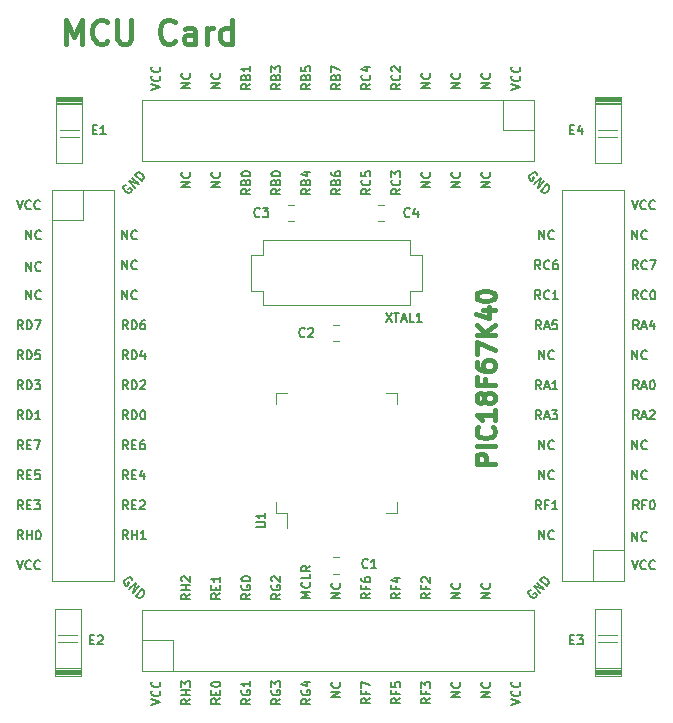
<source format=gbr>
G04 #@! TF.GenerationSoftware,KiCad,Pcbnew,(5.1.2)-2*
G04 #@! TF.CreationDate,2019-10-30T14:21:15+01:00*
G04 #@! TF.ProjectId,PIC18F67K40 MCU Card,50494331-3846-4363-974b-3430204d4355,rev?*
G04 #@! TF.SameCoordinates,Original*
G04 #@! TF.FileFunction,Legend,Top*
G04 #@! TF.FilePolarity,Positive*
%FSLAX46Y46*%
G04 Gerber Fmt 4.6, Leading zero omitted, Abs format (unit mm)*
G04 Created by KiCad (PCBNEW (5.1.2)-2) date 2019-10-30 14:21:15*
%MOMM*%
%LPD*%
G04 APERTURE LIST*
%ADD10C,0.381000*%
%ADD11C,0.150000*%
%ADD12C,0.457200*%
%ADD13C,0.120000*%
%ADD14C,0.100000*%
%ADD15C,0.110000*%
G04 APERTURE END LIST*
D10*
X117529428Y-155883428D02*
X116005428Y-155883428D01*
X116005428Y-155302857D01*
X116078000Y-155157714D01*
X116150571Y-155085142D01*
X116295714Y-155012571D01*
X116513428Y-155012571D01*
X116658571Y-155085142D01*
X116731142Y-155157714D01*
X116803714Y-155302857D01*
X116803714Y-155883428D01*
X117529428Y-154359428D02*
X116005428Y-154359428D01*
X117384285Y-152762857D02*
X117456857Y-152835428D01*
X117529428Y-153053142D01*
X117529428Y-153198285D01*
X117456857Y-153416000D01*
X117311714Y-153561142D01*
X117166571Y-153633714D01*
X116876285Y-153706285D01*
X116658571Y-153706285D01*
X116368285Y-153633714D01*
X116223142Y-153561142D01*
X116078000Y-153416000D01*
X116005428Y-153198285D01*
X116005428Y-153053142D01*
X116078000Y-152835428D01*
X116150571Y-152762857D01*
X117529428Y-151311428D02*
X117529428Y-152182285D01*
X117529428Y-151746857D02*
X116005428Y-151746857D01*
X116223142Y-151892000D01*
X116368285Y-152037142D01*
X116440857Y-152182285D01*
X116658571Y-150440571D02*
X116586000Y-150585714D01*
X116513428Y-150658285D01*
X116368285Y-150730857D01*
X116295714Y-150730857D01*
X116150571Y-150658285D01*
X116078000Y-150585714D01*
X116005428Y-150440571D01*
X116005428Y-150150285D01*
X116078000Y-150005142D01*
X116150571Y-149932571D01*
X116295714Y-149860000D01*
X116368285Y-149860000D01*
X116513428Y-149932571D01*
X116586000Y-150005142D01*
X116658571Y-150150285D01*
X116658571Y-150440571D01*
X116731142Y-150585714D01*
X116803714Y-150658285D01*
X116948857Y-150730857D01*
X117239142Y-150730857D01*
X117384285Y-150658285D01*
X117456857Y-150585714D01*
X117529428Y-150440571D01*
X117529428Y-150150285D01*
X117456857Y-150005142D01*
X117384285Y-149932571D01*
X117239142Y-149860000D01*
X116948857Y-149860000D01*
X116803714Y-149932571D01*
X116731142Y-150005142D01*
X116658571Y-150150285D01*
X116731142Y-148698857D02*
X116731142Y-149206857D01*
X117529428Y-149206857D02*
X116005428Y-149206857D01*
X116005428Y-148481142D01*
X116005428Y-147247428D02*
X116005428Y-147537714D01*
X116078000Y-147682857D01*
X116150571Y-147755428D01*
X116368285Y-147900571D01*
X116658571Y-147973142D01*
X117239142Y-147973142D01*
X117384285Y-147900571D01*
X117456857Y-147828000D01*
X117529428Y-147682857D01*
X117529428Y-147392571D01*
X117456857Y-147247428D01*
X117384285Y-147174857D01*
X117239142Y-147102285D01*
X116876285Y-147102285D01*
X116731142Y-147174857D01*
X116658571Y-147247428D01*
X116586000Y-147392571D01*
X116586000Y-147682857D01*
X116658571Y-147828000D01*
X116731142Y-147900571D01*
X116876285Y-147973142D01*
X116005428Y-146594285D02*
X116005428Y-145578285D01*
X117529428Y-146231428D01*
X117529428Y-144997714D02*
X116005428Y-144997714D01*
X117529428Y-144126857D02*
X116658571Y-144780000D01*
X116005428Y-144126857D02*
X116876285Y-144997714D01*
X116513428Y-142820571D02*
X117529428Y-142820571D01*
X115932857Y-143183428D02*
X117021428Y-143546285D01*
X117021428Y-142602857D01*
X116005428Y-141732000D02*
X116005428Y-141586857D01*
X116078000Y-141441714D01*
X116150571Y-141369142D01*
X116295714Y-141296571D01*
X116586000Y-141224000D01*
X116948857Y-141224000D01*
X117239142Y-141296571D01*
X117384285Y-141369142D01*
X117456857Y-141441714D01*
X117529428Y-141586857D01*
X117529428Y-141732000D01*
X117456857Y-141877142D01*
X117384285Y-141949714D01*
X117239142Y-142022285D01*
X116948857Y-142094857D01*
X116586000Y-142094857D01*
X116295714Y-142022285D01*
X116150571Y-141949714D01*
X116078000Y-141877142D01*
X116005428Y-141732000D01*
D11*
X117184714Y-132424714D02*
X116422714Y-132424714D01*
X117184714Y-131989285D01*
X116422714Y-131989285D01*
X117112142Y-131191000D02*
X117148428Y-131227285D01*
X117184714Y-131336142D01*
X117184714Y-131408714D01*
X117148428Y-131517571D01*
X117075857Y-131590142D01*
X117003285Y-131626428D01*
X116858142Y-131662714D01*
X116749285Y-131662714D01*
X116604142Y-131626428D01*
X116531571Y-131590142D01*
X116459000Y-131517571D01*
X116422714Y-131408714D01*
X116422714Y-131336142D01*
X116459000Y-131227285D01*
X116495285Y-131191000D01*
X114644714Y-132424714D02*
X113882714Y-132424714D01*
X114644714Y-131989285D01*
X113882714Y-131989285D01*
X114572142Y-131191000D02*
X114608428Y-131227285D01*
X114644714Y-131336142D01*
X114644714Y-131408714D01*
X114608428Y-131517571D01*
X114535857Y-131590142D01*
X114463285Y-131626428D01*
X114318142Y-131662714D01*
X114209285Y-131662714D01*
X114064142Y-131626428D01*
X113991571Y-131590142D01*
X113919000Y-131517571D01*
X113882714Y-131408714D01*
X113882714Y-131336142D01*
X113919000Y-131227285D01*
X113955285Y-131191000D01*
X112104714Y-132424714D02*
X111342714Y-132424714D01*
X112104714Y-131989285D01*
X111342714Y-131989285D01*
X112032142Y-131191000D02*
X112068428Y-131227285D01*
X112104714Y-131336142D01*
X112104714Y-131408714D01*
X112068428Y-131517571D01*
X111995857Y-131590142D01*
X111923285Y-131626428D01*
X111778142Y-131662714D01*
X111669285Y-131662714D01*
X111524142Y-131626428D01*
X111451571Y-131590142D01*
X111379000Y-131517571D01*
X111342714Y-131408714D01*
X111342714Y-131336142D01*
X111379000Y-131227285D01*
X111415285Y-131191000D01*
X109564714Y-132588000D02*
X109201857Y-132842000D01*
X109564714Y-133023428D02*
X108802714Y-133023428D01*
X108802714Y-132733142D01*
X108839000Y-132660571D01*
X108875285Y-132624285D01*
X108947857Y-132588000D01*
X109056714Y-132588000D01*
X109129285Y-132624285D01*
X109165571Y-132660571D01*
X109201857Y-132733142D01*
X109201857Y-133023428D01*
X109492142Y-131826000D02*
X109528428Y-131862285D01*
X109564714Y-131971142D01*
X109564714Y-132043714D01*
X109528428Y-132152571D01*
X109455857Y-132225142D01*
X109383285Y-132261428D01*
X109238142Y-132297714D01*
X109129285Y-132297714D01*
X108984142Y-132261428D01*
X108911571Y-132225142D01*
X108839000Y-132152571D01*
X108802714Y-132043714D01*
X108802714Y-131971142D01*
X108839000Y-131862285D01*
X108875285Y-131826000D01*
X108802714Y-131572000D02*
X108802714Y-131100285D01*
X109093000Y-131354285D01*
X109093000Y-131245428D01*
X109129285Y-131172857D01*
X109165571Y-131136571D01*
X109238142Y-131100285D01*
X109419571Y-131100285D01*
X109492142Y-131136571D01*
X109528428Y-131172857D01*
X109564714Y-131245428D01*
X109564714Y-131463142D01*
X109528428Y-131535714D01*
X109492142Y-131572000D01*
X107024714Y-132588000D02*
X106661857Y-132842000D01*
X107024714Y-133023428D02*
X106262714Y-133023428D01*
X106262714Y-132733142D01*
X106299000Y-132660571D01*
X106335285Y-132624285D01*
X106407857Y-132588000D01*
X106516714Y-132588000D01*
X106589285Y-132624285D01*
X106625571Y-132660571D01*
X106661857Y-132733142D01*
X106661857Y-133023428D01*
X106952142Y-131826000D02*
X106988428Y-131862285D01*
X107024714Y-131971142D01*
X107024714Y-132043714D01*
X106988428Y-132152571D01*
X106915857Y-132225142D01*
X106843285Y-132261428D01*
X106698142Y-132297714D01*
X106589285Y-132297714D01*
X106444142Y-132261428D01*
X106371571Y-132225142D01*
X106299000Y-132152571D01*
X106262714Y-132043714D01*
X106262714Y-131971142D01*
X106299000Y-131862285D01*
X106335285Y-131826000D01*
X106262714Y-131136571D02*
X106262714Y-131499428D01*
X106625571Y-131535714D01*
X106589285Y-131499428D01*
X106553000Y-131426857D01*
X106553000Y-131245428D01*
X106589285Y-131172857D01*
X106625571Y-131136571D01*
X106698142Y-131100285D01*
X106879571Y-131100285D01*
X106952142Y-131136571D01*
X106988428Y-131172857D01*
X107024714Y-131245428D01*
X107024714Y-131426857D01*
X106988428Y-131499428D01*
X106952142Y-131535714D01*
X104484714Y-132588000D02*
X104121857Y-132842000D01*
X104484714Y-133023428D02*
X103722714Y-133023428D01*
X103722714Y-132733142D01*
X103759000Y-132660571D01*
X103795285Y-132624285D01*
X103867857Y-132588000D01*
X103976714Y-132588000D01*
X104049285Y-132624285D01*
X104085571Y-132660571D01*
X104121857Y-132733142D01*
X104121857Y-133023428D01*
X104085571Y-132007428D02*
X104121857Y-131898571D01*
X104158142Y-131862285D01*
X104230714Y-131826000D01*
X104339571Y-131826000D01*
X104412142Y-131862285D01*
X104448428Y-131898571D01*
X104484714Y-131971142D01*
X104484714Y-132261428D01*
X103722714Y-132261428D01*
X103722714Y-132007428D01*
X103759000Y-131934857D01*
X103795285Y-131898571D01*
X103867857Y-131862285D01*
X103940428Y-131862285D01*
X104013000Y-131898571D01*
X104049285Y-131934857D01*
X104085571Y-132007428D01*
X104085571Y-132261428D01*
X103722714Y-131172857D02*
X103722714Y-131318000D01*
X103759000Y-131390571D01*
X103795285Y-131426857D01*
X103904142Y-131499428D01*
X104049285Y-131535714D01*
X104339571Y-131535714D01*
X104412142Y-131499428D01*
X104448428Y-131463142D01*
X104484714Y-131390571D01*
X104484714Y-131245428D01*
X104448428Y-131172857D01*
X104412142Y-131136571D01*
X104339571Y-131100285D01*
X104158142Y-131100285D01*
X104085571Y-131136571D01*
X104049285Y-131172857D01*
X104013000Y-131245428D01*
X104013000Y-131390571D01*
X104049285Y-131463142D01*
X104085571Y-131499428D01*
X104158142Y-131535714D01*
X101944714Y-132588000D02*
X101581857Y-132842000D01*
X101944714Y-133023428D02*
X101182714Y-133023428D01*
X101182714Y-132733142D01*
X101219000Y-132660571D01*
X101255285Y-132624285D01*
X101327857Y-132588000D01*
X101436714Y-132588000D01*
X101509285Y-132624285D01*
X101545571Y-132660571D01*
X101581857Y-132733142D01*
X101581857Y-133023428D01*
X101545571Y-132007428D02*
X101581857Y-131898571D01*
X101618142Y-131862285D01*
X101690714Y-131826000D01*
X101799571Y-131826000D01*
X101872142Y-131862285D01*
X101908428Y-131898571D01*
X101944714Y-131971142D01*
X101944714Y-132261428D01*
X101182714Y-132261428D01*
X101182714Y-132007428D01*
X101219000Y-131934857D01*
X101255285Y-131898571D01*
X101327857Y-131862285D01*
X101400428Y-131862285D01*
X101473000Y-131898571D01*
X101509285Y-131934857D01*
X101545571Y-132007428D01*
X101545571Y-132261428D01*
X101436714Y-131172857D02*
X101944714Y-131172857D01*
X101146428Y-131354285D02*
X101690714Y-131535714D01*
X101690714Y-131064000D01*
X99404714Y-132588000D02*
X99041857Y-132842000D01*
X99404714Y-133023428D02*
X98642714Y-133023428D01*
X98642714Y-132733142D01*
X98679000Y-132660571D01*
X98715285Y-132624285D01*
X98787857Y-132588000D01*
X98896714Y-132588000D01*
X98969285Y-132624285D01*
X99005571Y-132660571D01*
X99041857Y-132733142D01*
X99041857Y-133023428D01*
X99005571Y-132007428D02*
X99041857Y-131898571D01*
X99078142Y-131862285D01*
X99150714Y-131826000D01*
X99259571Y-131826000D01*
X99332142Y-131862285D01*
X99368428Y-131898571D01*
X99404714Y-131971142D01*
X99404714Y-132261428D01*
X98642714Y-132261428D01*
X98642714Y-132007428D01*
X98679000Y-131934857D01*
X98715285Y-131898571D01*
X98787857Y-131862285D01*
X98860428Y-131862285D01*
X98933000Y-131898571D01*
X98969285Y-131934857D01*
X99005571Y-132007428D01*
X99005571Y-132261428D01*
X98642714Y-131354285D02*
X98642714Y-131281714D01*
X98679000Y-131209142D01*
X98715285Y-131172857D01*
X98787857Y-131136571D01*
X98933000Y-131100285D01*
X99114428Y-131100285D01*
X99259571Y-131136571D01*
X99332142Y-131172857D01*
X99368428Y-131209142D01*
X99404714Y-131281714D01*
X99404714Y-131354285D01*
X99368428Y-131426857D01*
X99332142Y-131463142D01*
X99259571Y-131499428D01*
X99114428Y-131535714D01*
X98933000Y-131535714D01*
X98787857Y-131499428D01*
X98715285Y-131463142D01*
X98679000Y-131426857D01*
X98642714Y-131354285D01*
X96864714Y-132588000D02*
X96501857Y-132842000D01*
X96864714Y-133023428D02*
X96102714Y-133023428D01*
X96102714Y-132733142D01*
X96139000Y-132660571D01*
X96175285Y-132624285D01*
X96247857Y-132588000D01*
X96356714Y-132588000D01*
X96429285Y-132624285D01*
X96465571Y-132660571D01*
X96501857Y-132733142D01*
X96501857Y-133023428D01*
X96465571Y-132007428D02*
X96501857Y-131898571D01*
X96538142Y-131862285D01*
X96610714Y-131826000D01*
X96719571Y-131826000D01*
X96792142Y-131862285D01*
X96828428Y-131898571D01*
X96864714Y-131971142D01*
X96864714Y-132261428D01*
X96102714Y-132261428D01*
X96102714Y-132007428D01*
X96139000Y-131934857D01*
X96175285Y-131898571D01*
X96247857Y-131862285D01*
X96320428Y-131862285D01*
X96393000Y-131898571D01*
X96429285Y-131934857D01*
X96465571Y-132007428D01*
X96465571Y-132261428D01*
X96102714Y-131354285D02*
X96102714Y-131281714D01*
X96139000Y-131209142D01*
X96175285Y-131172857D01*
X96247857Y-131136571D01*
X96393000Y-131100285D01*
X96574428Y-131100285D01*
X96719571Y-131136571D01*
X96792142Y-131172857D01*
X96828428Y-131209142D01*
X96864714Y-131281714D01*
X96864714Y-131354285D01*
X96828428Y-131426857D01*
X96792142Y-131463142D01*
X96719571Y-131499428D01*
X96574428Y-131535714D01*
X96393000Y-131535714D01*
X96247857Y-131499428D01*
X96175285Y-131463142D01*
X96139000Y-131426857D01*
X96102714Y-131354285D01*
X94324714Y-132424714D02*
X93562714Y-132424714D01*
X94324714Y-131989285D01*
X93562714Y-131989285D01*
X94252142Y-131191000D02*
X94288428Y-131227285D01*
X94324714Y-131336142D01*
X94324714Y-131408714D01*
X94288428Y-131517571D01*
X94215857Y-131590142D01*
X94143285Y-131626428D01*
X93998142Y-131662714D01*
X93889285Y-131662714D01*
X93744142Y-131626428D01*
X93671571Y-131590142D01*
X93599000Y-131517571D01*
X93562714Y-131408714D01*
X93562714Y-131336142D01*
X93599000Y-131227285D01*
X93635285Y-131191000D01*
X91784714Y-132424714D02*
X91022714Y-132424714D01*
X91784714Y-131989285D01*
X91022714Y-131989285D01*
X91712142Y-131191000D02*
X91748428Y-131227285D01*
X91784714Y-131336142D01*
X91784714Y-131408714D01*
X91748428Y-131517571D01*
X91675857Y-131590142D01*
X91603285Y-131626428D01*
X91458142Y-131662714D01*
X91349285Y-131662714D01*
X91204142Y-131626428D01*
X91131571Y-131590142D01*
X91059000Y-131517571D01*
X91022714Y-131408714D01*
X91022714Y-131336142D01*
X91059000Y-131227285D01*
X91095285Y-131191000D01*
X88482714Y-124206000D02*
X89244714Y-123952000D01*
X88482714Y-123698000D01*
X89172142Y-123008571D02*
X89208428Y-123044857D01*
X89244714Y-123153714D01*
X89244714Y-123226285D01*
X89208428Y-123335142D01*
X89135857Y-123407714D01*
X89063285Y-123444000D01*
X88918142Y-123480285D01*
X88809285Y-123480285D01*
X88664142Y-123444000D01*
X88591571Y-123407714D01*
X88519000Y-123335142D01*
X88482714Y-123226285D01*
X88482714Y-123153714D01*
X88519000Y-123044857D01*
X88555285Y-123008571D01*
X89172142Y-122246571D02*
X89208428Y-122282857D01*
X89244714Y-122391714D01*
X89244714Y-122464285D01*
X89208428Y-122573142D01*
X89135857Y-122645714D01*
X89063285Y-122682000D01*
X88918142Y-122718285D01*
X88809285Y-122718285D01*
X88664142Y-122682000D01*
X88591571Y-122645714D01*
X88519000Y-122573142D01*
X88482714Y-122464285D01*
X88482714Y-122391714D01*
X88519000Y-122282857D01*
X88555285Y-122246571D01*
X91784714Y-124042714D02*
X91022714Y-124042714D01*
X91784714Y-123607285D01*
X91022714Y-123607285D01*
X91712142Y-122809000D02*
X91748428Y-122845285D01*
X91784714Y-122954142D01*
X91784714Y-123026714D01*
X91748428Y-123135571D01*
X91675857Y-123208142D01*
X91603285Y-123244428D01*
X91458142Y-123280714D01*
X91349285Y-123280714D01*
X91204142Y-123244428D01*
X91131571Y-123208142D01*
X91059000Y-123135571D01*
X91022714Y-123026714D01*
X91022714Y-122954142D01*
X91059000Y-122845285D01*
X91095285Y-122809000D01*
X94324714Y-124042714D02*
X93562714Y-124042714D01*
X94324714Y-123607285D01*
X93562714Y-123607285D01*
X94252142Y-122809000D02*
X94288428Y-122845285D01*
X94324714Y-122954142D01*
X94324714Y-123026714D01*
X94288428Y-123135571D01*
X94215857Y-123208142D01*
X94143285Y-123244428D01*
X93998142Y-123280714D01*
X93889285Y-123280714D01*
X93744142Y-123244428D01*
X93671571Y-123208142D01*
X93599000Y-123135571D01*
X93562714Y-123026714D01*
X93562714Y-122954142D01*
X93599000Y-122845285D01*
X93635285Y-122809000D01*
X96864714Y-123698000D02*
X96501857Y-123952000D01*
X96864714Y-124133428D02*
X96102714Y-124133428D01*
X96102714Y-123843142D01*
X96139000Y-123770571D01*
X96175285Y-123734285D01*
X96247857Y-123698000D01*
X96356714Y-123698000D01*
X96429285Y-123734285D01*
X96465571Y-123770571D01*
X96501857Y-123843142D01*
X96501857Y-124133428D01*
X96465571Y-123117428D02*
X96501857Y-123008571D01*
X96538142Y-122972285D01*
X96610714Y-122936000D01*
X96719571Y-122936000D01*
X96792142Y-122972285D01*
X96828428Y-123008571D01*
X96864714Y-123081142D01*
X96864714Y-123371428D01*
X96102714Y-123371428D01*
X96102714Y-123117428D01*
X96139000Y-123044857D01*
X96175285Y-123008571D01*
X96247857Y-122972285D01*
X96320428Y-122972285D01*
X96393000Y-123008571D01*
X96429285Y-123044857D01*
X96465571Y-123117428D01*
X96465571Y-123371428D01*
X96864714Y-122210285D02*
X96864714Y-122645714D01*
X96864714Y-122428000D02*
X96102714Y-122428000D01*
X96211571Y-122500571D01*
X96284142Y-122573142D01*
X96320428Y-122645714D01*
X99404714Y-123698000D02*
X99041857Y-123952000D01*
X99404714Y-124133428D02*
X98642714Y-124133428D01*
X98642714Y-123843142D01*
X98679000Y-123770571D01*
X98715285Y-123734285D01*
X98787857Y-123698000D01*
X98896714Y-123698000D01*
X98969285Y-123734285D01*
X99005571Y-123770571D01*
X99041857Y-123843142D01*
X99041857Y-124133428D01*
X99005571Y-123117428D02*
X99041857Y-123008571D01*
X99078142Y-122972285D01*
X99150714Y-122936000D01*
X99259571Y-122936000D01*
X99332142Y-122972285D01*
X99368428Y-123008571D01*
X99404714Y-123081142D01*
X99404714Y-123371428D01*
X98642714Y-123371428D01*
X98642714Y-123117428D01*
X98679000Y-123044857D01*
X98715285Y-123008571D01*
X98787857Y-122972285D01*
X98860428Y-122972285D01*
X98933000Y-123008571D01*
X98969285Y-123044857D01*
X99005571Y-123117428D01*
X99005571Y-123371428D01*
X98642714Y-122682000D02*
X98642714Y-122210285D01*
X98933000Y-122464285D01*
X98933000Y-122355428D01*
X98969285Y-122282857D01*
X99005571Y-122246571D01*
X99078142Y-122210285D01*
X99259571Y-122210285D01*
X99332142Y-122246571D01*
X99368428Y-122282857D01*
X99404714Y-122355428D01*
X99404714Y-122573142D01*
X99368428Y-122645714D01*
X99332142Y-122682000D01*
X101944714Y-123698000D02*
X101581857Y-123952000D01*
X101944714Y-124133428D02*
X101182714Y-124133428D01*
X101182714Y-123843142D01*
X101219000Y-123770571D01*
X101255285Y-123734285D01*
X101327857Y-123698000D01*
X101436714Y-123698000D01*
X101509285Y-123734285D01*
X101545571Y-123770571D01*
X101581857Y-123843142D01*
X101581857Y-124133428D01*
X101545571Y-123117428D02*
X101581857Y-123008571D01*
X101618142Y-122972285D01*
X101690714Y-122936000D01*
X101799571Y-122936000D01*
X101872142Y-122972285D01*
X101908428Y-123008571D01*
X101944714Y-123081142D01*
X101944714Y-123371428D01*
X101182714Y-123371428D01*
X101182714Y-123117428D01*
X101219000Y-123044857D01*
X101255285Y-123008571D01*
X101327857Y-122972285D01*
X101400428Y-122972285D01*
X101473000Y-123008571D01*
X101509285Y-123044857D01*
X101545571Y-123117428D01*
X101545571Y-123371428D01*
X101182714Y-122246571D02*
X101182714Y-122609428D01*
X101545571Y-122645714D01*
X101509285Y-122609428D01*
X101473000Y-122536857D01*
X101473000Y-122355428D01*
X101509285Y-122282857D01*
X101545571Y-122246571D01*
X101618142Y-122210285D01*
X101799571Y-122210285D01*
X101872142Y-122246571D01*
X101908428Y-122282857D01*
X101944714Y-122355428D01*
X101944714Y-122536857D01*
X101908428Y-122609428D01*
X101872142Y-122645714D01*
X104484714Y-123698000D02*
X104121857Y-123952000D01*
X104484714Y-124133428D02*
X103722714Y-124133428D01*
X103722714Y-123843142D01*
X103759000Y-123770571D01*
X103795285Y-123734285D01*
X103867857Y-123698000D01*
X103976714Y-123698000D01*
X104049285Y-123734285D01*
X104085571Y-123770571D01*
X104121857Y-123843142D01*
X104121857Y-124133428D01*
X104085571Y-123117428D02*
X104121857Y-123008571D01*
X104158142Y-122972285D01*
X104230714Y-122936000D01*
X104339571Y-122936000D01*
X104412142Y-122972285D01*
X104448428Y-123008571D01*
X104484714Y-123081142D01*
X104484714Y-123371428D01*
X103722714Y-123371428D01*
X103722714Y-123117428D01*
X103759000Y-123044857D01*
X103795285Y-123008571D01*
X103867857Y-122972285D01*
X103940428Y-122972285D01*
X104013000Y-123008571D01*
X104049285Y-123044857D01*
X104085571Y-123117428D01*
X104085571Y-123371428D01*
X103722714Y-122682000D02*
X103722714Y-122174000D01*
X104484714Y-122500571D01*
X107024714Y-123698000D02*
X106661857Y-123952000D01*
X107024714Y-124133428D02*
X106262714Y-124133428D01*
X106262714Y-123843142D01*
X106299000Y-123770571D01*
X106335285Y-123734285D01*
X106407857Y-123698000D01*
X106516714Y-123698000D01*
X106589285Y-123734285D01*
X106625571Y-123770571D01*
X106661857Y-123843142D01*
X106661857Y-124133428D01*
X106952142Y-122936000D02*
X106988428Y-122972285D01*
X107024714Y-123081142D01*
X107024714Y-123153714D01*
X106988428Y-123262571D01*
X106915857Y-123335142D01*
X106843285Y-123371428D01*
X106698142Y-123407714D01*
X106589285Y-123407714D01*
X106444142Y-123371428D01*
X106371571Y-123335142D01*
X106299000Y-123262571D01*
X106262714Y-123153714D01*
X106262714Y-123081142D01*
X106299000Y-122972285D01*
X106335285Y-122936000D01*
X106516714Y-122282857D02*
X107024714Y-122282857D01*
X106226428Y-122464285D02*
X106770714Y-122645714D01*
X106770714Y-122174000D01*
X109564714Y-123698000D02*
X109201857Y-123952000D01*
X109564714Y-124133428D02*
X108802714Y-124133428D01*
X108802714Y-123843142D01*
X108839000Y-123770571D01*
X108875285Y-123734285D01*
X108947857Y-123698000D01*
X109056714Y-123698000D01*
X109129285Y-123734285D01*
X109165571Y-123770571D01*
X109201857Y-123843142D01*
X109201857Y-124133428D01*
X109492142Y-122936000D02*
X109528428Y-122972285D01*
X109564714Y-123081142D01*
X109564714Y-123153714D01*
X109528428Y-123262571D01*
X109455857Y-123335142D01*
X109383285Y-123371428D01*
X109238142Y-123407714D01*
X109129285Y-123407714D01*
X108984142Y-123371428D01*
X108911571Y-123335142D01*
X108839000Y-123262571D01*
X108802714Y-123153714D01*
X108802714Y-123081142D01*
X108839000Y-122972285D01*
X108875285Y-122936000D01*
X108875285Y-122645714D02*
X108839000Y-122609428D01*
X108802714Y-122536857D01*
X108802714Y-122355428D01*
X108839000Y-122282857D01*
X108875285Y-122246571D01*
X108947857Y-122210285D01*
X109020428Y-122210285D01*
X109129285Y-122246571D01*
X109564714Y-122682000D01*
X109564714Y-122210285D01*
X112104714Y-124042714D02*
X111342714Y-124042714D01*
X112104714Y-123607285D01*
X111342714Y-123607285D01*
X112032142Y-122809000D02*
X112068428Y-122845285D01*
X112104714Y-122954142D01*
X112104714Y-123026714D01*
X112068428Y-123135571D01*
X111995857Y-123208142D01*
X111923285Y-123244428D01*
X111778142Y-123280714D01*
X111669285Y-123280714D01*
X111524142Y-123244428D01*
X111451571Y-123208142D01*
X111379000Y-123135571D01*
X111342714Y-123026714D01*
X111342714Y-122954142D01*
X111379000Y-122845285D01*
X111415285Y-122809000D01*
X114644714Y-124042714D02*
X113882714Y-124042714D01*
X114644714Y-123607285D01*
X113882714Y-123607285D01*
X114572142Y-122809000D02*
X114608428Y-122845285D01*
X114644714Y-122954142D01*
X114644714Y-123026714D01*
X114608428Y-123135571D01*
X114535857Y-123208142D01*
X114463285Y-123244428D01*
X114318142Y-123280714D01*
X114209285Y-123280714D01*
X114064142Y-123244428D01*
X113991571Y-123208142D01*
X113919000Y-123135571D01*
X113882714Y-123026714D01*
X113882714Y-122954142D01*
X113919000Y-122845285D01*
X113955285Y-122809000D01*
X117184714Y-124042714D02*
X116422714Y-124042714D01*
X117184714Y-123607285D01*
X116422714Y-123607285D01*
X117112142Y-122809000D02*
X117148428Y-122845285D01*
X117184714Y-122954142D01*
X117184714Y-123026714D01*
X117148428Y-123135571D01*
X117075857Y-123208142D01*
X117003285Y-123244428D01*
X116858142Y-123280714D01*
X116749285Y-123280714D01*
X116604142Y-123244428D01*
X116531571Y-123208142D01*
X116459000Y-123135571D01*
X116422714Y-123026714D01*
X116422714Y-122954142D01*
X116459000Y-122845285D01*
X116495285Y-122809000D01*
X118962714Y-124206000D02*
X119724714Y-123952000D01*
X118962714Y-123698000D01*
X119652142Y-123008571D02*
X119688428Y-123044857D01*
X119724714Y-123153714D01*
X119724714Y-123226285D01*
X119688428Y-123335142D01*
X119615857Y-123407714D01*
X119543285Y-123444000D01*
X119398142Y-123480285D01*
X119289285Y-123480285D01*
X119144142Y-123444000D01*
X119071571Y-123407714D01*
X118999000Y-123335142D01*
X118962714Y-123226285D01*
X118962714Y-123153714D01*
X118999000Y-123044857D01*
X119035285Y-123008571D01*
X119652142Y-122246571D02*
X119688428Y-122282857D01*
X119724714Y-122391714D01*
X119724714Y-122464285D01*
X119688428Y-122573142D01*
X119615857Y-122645714D01*
X119543285Y-122682000D01*
X119398142Y-122718285D01*
X119289285Y-122718285D01*
X119144142Y-122682000D01*
X119071571Y-122645714D01*
X118999000Y-122573142D01*
X118962714Y-122464285D01*
X118962714Y-122391714D01*
X118999000Y-122282857D01*
X119035285Y-122246571D01*
X121143881Y-131400066D02*
X121118223Y-131323092D01*
X121041250Y-131246119D01*
X120938618Y-131194803D01*
X120835987Y-131194803D01*
X120759013Y-131220461D01*
X120630724Y-131297434D01*
X120553750Y-131374408D01*
X120476776Y-131502697D01*
X120451119Y-131579671D01*
X120451119Y-131682302D01*
X120502434Y-131784934D01*
X120553750Y-131836250D01*
X120656382Y-131887565D01*
X120707697Y-131887565D01*
X120887302Y-131707960D01*
X120784671Y-131605329D01*
X120887302Y-132169802D02*
X121426118Y-131630987D01*
X121195197Y-132477697D01*
X121734012Y-131938881D01*
X121451776Y-132734275D02*
X121990591Y-132195460D01*
X122118880Y-132323749D01*
X122170196Y-132426381D01*
X122170196Y-132529012D01*
X122144538Y-132605986D01*
X122067565Y-132734275D01*
X121990591Y-132811249D01*
X121862302Y-132888223D01*
X121785328Y-132913880D01*
X121682697Y-132913880D01*
X121580065Y-132862565D01*
X121451776Y-132734275D01*
X121321285Y-136869714D02*
X121321285Y-136107714D01*
X121756714Y-136869714D01*
X121756714Y-136107714D01*
X122555000Y-136797142D02*
X122518714Y-136833428D01*
X122409857Y-136869714D01*
X122337285Y-136869714D01*
X122228428Y-136833428D01*
X122155857Y-136760857D01*
X122119571Y-136688285D01*
X122083285Y-136543142D01*
X122083285Y-136434285D01*
X122119571Y-136289142D01*
X122155857Y-136216571D01*
X122228428Y-136144000D01*
X122337285Y-136107714D01*
X122409857Y-136107714D01*
X122518714Y-136144000D01*
X122555000Y-136180285D01*
X121412000Y-139409714D02*
X121158000Y-139046857D01*
X120976571Y-139409714D02*
X120976571Y-138647714D01*
X121266857Y-138647714D01*
X121339428Y-138684000D01*
X121375714Y-138720285D01*
X121412000Y-138792857D01*
X121412000Y-138901714D01*
X121375714Y-138974285D01*
X121339428Y-139010571D01*
X121266857Y-139046857D01*
X120976571Y-139046857D01*
X122174000Y-139337142D02*
X122137714Y-139373428D01*
X122028857Y-139409714D01*
X121956285Y-139409714D01*
X121847428Y-139373428D01*
X121774857Y-139300857D01*
X121738571Y-139228285D01*
X121702285Y-139083142D01*
X121702285Y-138974285D01*
X121738571Y-138829142D01*
X121774857Y-138756571D01*
X121847428Y-138684000D01*
X121956285Y-138647714D01*
X122028857Y-138647714D01*
X122137714Y-138684000D01*
X122174000Y-138720285D01*
X122827142Y-138647714D02*
X122682000Y-138647714D01*
X122609428Y-138684000D01*
X122573142Y-138720285D01*
X122500571Y-138829142D01*
X122464285Y-138974285D01*
X122464285Y-139264571D01*
X122500571Y-139337142D01*
X122536857Y-139373428D01*
X122609428Y-139409714D01*
X122754571Y-139409714D01*
X122827142Y-139373428D01*
X122863428Y-139337142D01*
X122899714Y-139264571D01*
X122899714Y-139083142D01*
X122863428Y-139010571D01*
X122827142Y-138974285D01*
X122754571Y-138938000D01*
X122609428Y-138938000D01*
X122536857Y-138974285D01*
X122500571Y-139010571D01*
X122464285Y-139083142D01*
X121412000Y-141949714D02*
X121158000Y-141586857D01*
X120976571Y-141949714D02*
X120976571Y-141187714D01*
X121266857Y-141187714D01*
X121339428Y-141224000D01*
X121375714Y-141260285D01*
X121412000Y-141332857D01*
X121412000Y-141441714D01*
X121375714Y-141514285D01*
X121339428Y-141550571D01*
X121266857Y-141586857D01*
X120976571Y-141586857D01*
X122174000Y-141877142D02*
X122137714Y-141913428D01*
X122028857Y-141949714D01*
X121956285Y-141949714D01*
X121847428Y-141913428D01*
X121774857Y-141840857D01*
X121738571Y-141768285D01*
X121702285Y-141623142D01*
X121702285Y-141514285D01*
X121738571Y-141369142D01*
X121774857Y-141296571D01*
X121847428Y-141224000D01*
X121956285Y-141187714D01*
X122028857Y-141187714D01*
X122137714Y-141224000D01*
X122174000Y-141260285D01*
X122899714Y-141949714D02*
X122464285Y-141949714D01*
X122682000Y-141949714D02*
X122682000Y-141187714D01*
X122609428Y-141296571D01*
X122536857Y-141369142D01*
X122464285Y-141405428D01*
X121466428Y-144489714D02*
X121212428Y-144126857D01*
X121031000Y-144489714D02*
X121031000Y-143727714D01*
X121321285Y-143727714D01*
X121393857Y-143764000D01*
X121430142Y-143800285D01*
X121466428Y-143872857D01*
X121466428Y-143981714D01*
X121430142Y-144054285D01*
X121393857Y-144090571D01*
X121321285Y-144126857D01*
X121031000Y-144126857D01*
X121756714Y-144272000D02*
X122119571Y-144272000D01*
X121684142Y-144489714D02*
X121938142Y-143727714D01*
X122192142Y-144489714D01*
X122809000Y-143727714D02*
X122446142Y-143727714D01*
X122409857Y-144090571D01*
X122446142Y-144054285D01*
X122518714Y-144018000D01*
X122700142Y-144018000D01*
X122772714Y-144054285D01*
X122809000Y-144090571D01*
X122845285Y-144163142D01*
X122845285Y-144344571D01*
X122809000Y-144417142D01*
X122772714Y-144453428D01*
X122700142Y-144489714D01*
X122518714Y-144489714D01*
X122446142Y-144453428D01*
X122409857Y-144417142D01*
X121321285Y-147029714D02*
X121321285Y-146267714D01*
X121756714Y-147029714D01*
X121756714Y-146267714D01*
X122555000Y-146957142D02*
X122518714Y-146993428D01*
X122409857Y-147029714D01*
X122337285Y-147029714D01*
X122228428Y-146993428D01*
X122155857Y-146920857D01*
X122119571Y-146848285D01*
X122083285Y-146703142D01*
X122083285Y-146594285D01*
X122119571Y-146449142D01*
X122155857Y-146376571D01*
X122228428Y-146304000D01*
X122337285Y-146267714D01*
X122409857Y-146267714D01*
X122518714Y-146304000D01*
X122555000Y-146340285D01*
X121466428Y-149569714D02*
X121212428Y-149206857D01*
X121031000Y-149569714D02*
X121031000Y-148807714D01*
X121321285Y-148807714D01*
X121393857Y-148844000D01*
X121430142Y-148880285D01*
X121466428Y-148952857D01*
X121466428Y-149061714D01*
X121430142Y-149134285D01*
X121393857Y-149170571D01*
X121321285Y-149206857D01*
X121031000Y-149206857D01*
X121756714Y-149352000D02*
X122119571Y-149352000D01*
X121684142Y-149569714D02*
X121938142Y-148807714D01*
X122192142Y-149569714D01*
X122845285Y-149569714D02*
X122409857Y-149569714D01*
X122627571Y-149569714D02*
X122627571Y-148807714D01*
X122555000Y-148916571D01*
X122482428Y-148989142D01*
X122409857Y-149025428D01*
X121466428Y-152109714D02*
X121212428Y-151746857D01*
X121031000Y-152109714D02*
X121031000Y-151347714D01*
X121321285Y-151347714D01*
X121393857Y-151384000D01*
X121430142Y-151420285D01*
X121466428Y-151492857D01*
X121466428Y-151601714D01*
X121430142Y-151674285D01*
X121393857Y-151710571D01*
X121321285Y-151746857D01*
X121031000Y-151746857D01*
X121756714Y-151892000D02*
X122119571Y-151892000D01*
X121684142Y-152109714D02*
X121938142Y-151347714D01*
X122192142Y-152109714D01*
X122373571Y-151347714D02*
X122845285Y-151347714D01*
X122591285Y-151638000D01*
X122700142Y-151638000D01*
X122772714Y-151674285D01*
X122809000Y-151710571D01*
X122845285Y-151783142D01*
X122845285Y-151964571D01*
X122809000Y-152037142D01*
X122772714Y-152073428D01*
X122700142Y-152109714D01*
X122482428Y-152109714D01*
X122409857Y-152073428D01*
X122373571Y-152037142D01*
X121321285Y-154649714D02*
X121321285Y-153887714D01*
X121756714Y-154649714D01*
X121756714Y-153887714D01*
X122555000Y-154577142D02*
X122518714Y-154613428D01*
X122409857Y-154649714D01*
X122337285Y-154649714D01*
X122228428Y-154613428D01*
X122155857Y-154540857D01*
X122119571Y-154468285D01*
X122083285Y-154323142D01*
X122083285Y-154214285D01*
X122119571Y-154069142D01*
X122155857Y-153996571D01*
X122228428Y-153924000D01*
X122337285Y-153887714D01*
X122409857Y-153887714D01*
X122518714Y-153924000D01*
X122555000Y-153960285D01*
X121321285Y-157189714D02*
X121321285Y-156427714D01*
X121756714Y-157189714D01*
X121756714Y-156427714D01*
X122555000Y-157117142D02*
X122518714Y-157153428D01*
X122409857Y-157189714D01*
X122337285Y-157189714D01*
X122228428Y-157153428D01*
X122155857Y-157080857D01*
X122119571Y-157008285D01*
X122083285Y-156863142D01*
X122083285Y-156754285D01*
X122119571Y-156609142D01*
X122155857Y-156536571D01*
X122228428Y-156464000D01*
X122337285Y-156427714D01*
X122409857Y-156427714D01*
X122518714Y-156464000D01*
X122555000Y-156500285D01*
X121466428Y-159729714D02*
X121212428Y-159366857D01*
X121031000Y-159729714D02*
X121031000Y-158967714D01*
X121321285Y-158967714D01*
X121393857Y-159004000D01*
X121430142Y-159040285D01*
X121466428Y-159112857D01*
X121466428Y-159221714D01*
X121430142Y-159294285D01*
X121393857Y-159330571D01*
X121321285Y-159366857D01*
X121031000Y-159366857D01*
X122047000Y-159330571D02*
X121793000Y-159330571D01*
X121793000Y-159729714D02*
X121793000Y-158967714D01*
X122155857Y-158967714D01*
X122845285Y-159729714D02*
X122409857Y-159729714D01*
X122627571Y-159729714D02*
X122627571Y-158967714D01*
X122555000Y-159076571D01*
X122482428Y-159149142D01*
X122409857Y-159185428D01*
X121321285Y-162269714D02*
X121321285Y-161507714D01*
X121756714Y-162269714D01*
X121756714Y-161507714D01*
X122555000Y-162197142D02*
X122518714Y-162233428D01*
X122409857Y-162269714D01*
X122337285Y-162269714D01*
X122228428Y-162233428D01*
X122155857Y-162160857D01*
X122119571Y-162088285D01*
X122083285Y-161943142D01*
X122083285Y-161834285D01*
X122119571Y-161689142D01*
X122155857Y-161616571D01*
X122228428Y-161544000D01*
X122337285Y-161507714D01*
X122409857Y-161507714D01*
X122518714Y-161544000D01*
X122555000Y-161580285D01*
X129159000Y-133567714D02*
X129413000Y-134329714D01*
X129667000Y-133567714D01*
X130356428Y-134257142D02*
X130320142Y-134293428D01*
X130211285Y-134329714D01*
X130138714Y-134329714D01*
X130029857Y-134293428D01*
X129957285Y-134220857D01*
X129921000Y-134148285D01*
X129884714Y-134003142D01*
X129884714Y-133894285D01*
X129921000Y-133749142D01*
X129957285Y-133676571D01*
X130029857Y-133604000D01*
X130138714Y-133567714D01*
X130211285Y-133567714D01*
X130320142Y-133604000D01*
X130356428Y-133640285D01*
X131118428Y-134257142D02*
X131082142Y-134293428D01*
X130973285Y-134329714D01*
X130900714Y-134329714D01*
X130791857Y-134293428D01*
X130719285Y-134220857D01*
X130683000Y-134148285D01*
X130646714Y-134003142D01*
X130646714Y-133894285D01*
X130683000Y-133749142D01*
X130719285Y-133676571D01*
X130791857Y-133604000D01*
X130900714Y-133567714D01*
X130973285Y-133567714D01*
X131082142Y-133604000D01*
X131118428Y-133640285D01*
X129195285Y-136869714D02*
X129195285Y-136107714D01*
X129630714Y-136869714D01*
X129630714Y-136107714D01*
X130429000Y-136797142D02*
X130392714Y-136833428D01*
X130283857Y-136869714D01*
X130211285Y-136869714D01*
X130102428Y-136833428D01*
X130029857Y-136760857D01*
X129993571Y-136688285D01*
X129957285Y-136543142D01*
X129957285Y-136434285D01*
X129993571Y-136289142D01*
X130029857Y-136216571D01*
X130102428Y-136144000D01*
X130211285Y-136107714D01*
X130283857Y-136107714D01*
X130392714Y-136144000D01*
X130429000Y-136180285D01*
X129667000Y-139409714D02*
X129413000Y-139046857D01*
X129231571Y-139409714D02*
X129231571Y-138647714D01*
X129521857Y-138647714D01*
X129594428Y-138684000D01*
X129630714Y-138720285D01*
X129667000Y-138792857D01*
X129667000Y-138901714D01*
X129630714Y-138974285D01*
X129594428Y-139010571D01*
X129521857Y-139046857D01*
X129231571Y-139046857D01*
X130429000Y-139337142D02*
X130392714Y-139373428D01*
X130283857Y-139409714D01*
X130211285Y-139409714D01*
X130102428Y-139373428D01*
X130029857Y-139300857D01*
X129993571Y-139228285D01*
X129957285Y-139083142D01*
X129957285Y-138974285D01*
X129993571Y-138829142D01*
X130029857Y-138756571D01*
X130102428Y-138684000D01*
X130211285Y-138647714D01*
X130283857Y-138647714D01*
X130392714Y-138684000D01*
X130429000Y-138720285D01*
X130683000Y-138647714D02*
X131191000Y-138647714D01*
X130864428Y-139409714D01*
X129667000Y-141949714D02*
X129413000Y-141586857D01*
X129231571Y-141949714D02*
X129231571Y-141187714D01*
X129521857Y-141187714D01*
X129594428Y-141224000D01*
X129630714Y-141260285D01*
X129667000Y-141332857D01*
X129667000Y-141441714D01*
X129630714Y-141514285D01*
X129594428Y-141550571D01*
X129521857Y-141586857D01*
X129231571Y-141586857D01*
X130429000Y-141877142D02*
X130392714Y-141913428D01*
X130283857Y-141949714D01*
X130211285Y-141949714D01*
X130102428Y-141913428D01*
X130029857Y-141840857D01*
X129993571Y-141768285D01*
X129957285Y-141623142D01*
X129957285Y-141514285D01*
X129993571Y-141369142D01*
X130029857Y-141296571D01*
X130102428Y-141224000D01*
X130211285Y-141187714D01*
X130283857Y-141187714D01*
X130392714Y-141224000D01*
X130429000Y-141260285D01*
X130900714Y-141187714D02*
X130973285Y-141187714D01*
X131045857Y-141224000D01*
X131082142Y-141260285D01*
X131118428Y-141332857D01*
X131154714Y-141478000D01*
X131154714Y-141659428D01*
X131118428Y-141804571D01*
X131082142Y-141877142D01*
X131045857Y-141913428D01*
X130973285Y-141949714D01*
X130900714Y-141949714D01*
X130828142Y-141913428D01*
X130791857Y-141877142D01*
X130755571Y-141804571D01*
X130719285Y-141659428D01*
X130719285Y-141478000D01*
X130755571Y-141332857D01*
X130791857Y-141260285D01*
X130828142Y-141224000D01*
X130900714Y-141187714D01*
X129721428Y-144489714D02*
X129467428Y-144126857D01*
X129286000Y-144489714D02*
X129286000Y-143727714D01*
X129576285Y-143727714D01*
X129648857Y-143764000D01*
X129685142Y-143800285D01*
X129721428Y-143872857D01*
X129721428Y-143981714D01*
X129685142Y-144054285D01*
X129648857Y-144090571D01*
X129576285Y-144126857D01*
X129286000Y-144126857D01*
X130011714Y-144272000D02*
X130374571Y-144272000D01*
X129939142Y-144489714D02*
X130193142Y-143727714D01*
X130447142Y-144489714D01*
X131027714Y-143981714D02*
X131027714Y-144489714D01*
X130846285Y-143691428D02*
X130664857Y-144235714D01*
X131136571Y-144235714D01*
X129195285Y-147029714D02*
X129195285Y-146267714D01*
X129630714Y-147029714D01*
X129630714Y-146267714D01*
X130429000Y-146957142D02*
X130392714Y-146993428D01*
X130283857Y-147029714D01*
X130211285Y-147029714D01*
X130102428Y-146993428D01*
X130029857Y-146920857D01*
X129993571Y-146848285D01*
X129957285Y-146703142D01*
X129957285Y-146594285D01*
X129993571Y-146449142D01*
X130029857Y-146376571D01*
X130102428Y-146304000D01*
X130211285Y-146267714D01*
X130283857Y-146267714D01*
X130392714Y-146304000D01*
X130429000Y-146340285D01*
X129721428Y-149569714D02*
X129467428Y-149206857D01*
X129286000Y-149569714D02*
X129286000Y-148807714D01*
X129576285Y-148807714D01*
X129648857Y-148844000D01*
X129685142Y-148880285D01*
X129721428Y-148952857D01*
X129721428Y-149061714D01*
X129685142Y-149134285D01*
X129648857Y-149170571D01*
X129576285Y-149206857D01*
X129286000Y-149206857D01*
X130011714Y-149352000D02*
X130374571Y-149352000D01*
X129939142Y-149569714D02*
X130193142Y-148807714D01*
X130447142Y-149569714D01*
X130846285Y-148807714D02*
X130918857Y-148807714D01*
X130991428Y-148844000D01*
X131027714Y-148880285D01*
X131064000Y-148952857D01*
X131100285Y-149098000D01*
X131100285Y-149279428D01*
X131064000Y-149424571D01*
X131027714Y-149497142D01*
X130991428Y-149533428D01*
X130918857Y-149569714D01*
X130846285Y-149569714D01*
X130773714Y-149533428D01*
X130737428Y-149497142D01*
X130701142Y-149424571D01*
X130664857Y-149279428D01*
X130664857Y-149098000D01*
X130701142Y-148952857D01*
X130737428Y-148880285D01*
X130773714Y-148844000D01*
X130846285Y-148807714D01*
X129721428Y-152109714D02*
X129467428Y-151746857D01*
X129286000Y-152109714D02*
X129286000Y-151347714D01*
X129576285Y-151347714D01*
X129648857Y-151384000D01*
X129685142Y-151420285D01*
X129721428Y-151492857D01*
X129721428Y-151601714D01*
X129685142Y-151674285D01*
X129648857Y-151710571D01*
X129576285Y-151746857D01*
X129286000Y-151746857D01*
X130011714Y-151892000D02*
X130374571Y-151892000D01*
X129939142Y-152109714D02*
X130193142Y-151347714D01*
X130447142Y-152109714D01*
X130664857Y-151420285D02*
X130701142Y-151384000D01*
X130773714Y-151347714D01*
X130955142Y-151347714D01*
X131027714Y-151384000D01*
X131064000Y-151420285D01*
X131100285Y-151492857D01*
X131100285Y-151565428D01*
X131064000Y-151674285D01*
X130628571Y-152109714D01*
X131100285Y-152109714D01*
X129195285Y-154649714D02*
X129195285Y-153887714D01*
X129630714Y-154649714D01*
X129630714Y-153887714D01*
X130429000Y-154577142D02*
X130392714Y-154613428D01*
X130283857Y-154649714D01*
X130211285Y-154649714D01*
X130102428Y-154613428D01*
X130029857Y-154540857D01*
X129993571Y-154468285D01*
X129957285Y-154323142D01*
X129957285Y-154214285D01*
X129993571Y-154069142D01*
X130029857Y-153996571D01*
X130102428Y-153924000D01*
X130211285Y-153887714D01*
X130283857Y-153887714D01*
X130392714Y-153924000D01*
X130429000Y-153960285D01*
X129195285Y-157189714D02*
X129195285Y-156427714D01*
X129630714Y-157189714D01*
X129630714Y-156427714D01*
X130429000Y-157117142D02*
X130392714Y-157153428D01*
X130283857Y-157189714D01*
X130211285Y-157189714D01*
X130102428Y-157153428D01*
X130029857Y-157080857D01*
X129993571Y-157008285D01*
X129957285Y-156863142D01*
X129957285Y-156754285D01*
X129993571Y-156609142D01*
X130029857Y-156536571D01*
X130102428Y-156464000D01*
X130211285Y-156427714D01*
X130283857Y-156427714D01*
X130392714Y-156464000D01*
X130429000Y-156500285D01*
X129721428Y-159729714D02*
X129467428Y-159366857D01*
X129286000Y-159729714D02*
X129286000Y-158967714D01*
X129576285Y-158967714D01*
X129648857Y-159004000D01*
X129685142Y-159040285D01*
X129721428Y-159112857D01*
X129721428Y-159221714D01*
X129685142Y-159294285D01*
X129648857Y-159330571D01*
X129576285Y-159366857D01*
X129286000Y-159366857D01*
X130302000Y-159330571D02*
X130048000Y-159330571D01*
X130048000Y-159729714D02*
X130048000Y-158967714D01*
X130410857Y-158967714D01*
X130846285Y-158967714D02*
X130918857Y-158967714D01*
X130991428Y-159004000D01*
X131027714Y-159040285D01*
X131064000Y-159112857D01*
X131100285Y-159258000D01*
X131100285Y-159439428D01*
X131064000Y-159584571D01*
X131027714Y-159657142D01*
X130991428Y-159693428D01*
X130918857Y-159729714D01*
X130846285Y-159729714D01*
X130773714Y-159693428D01*
X130737428Y-159657142D01*
X130701142Y-159584571D01*
X130664857Y-159439428D01*
X130664857Y-159258000D01*
X130701142Y-159112857D01*
X130737428Y-159040285D01*
X130773714Y-159004000D01*
X130846285Y-158967714D01*
X129195285Y-162396714D02*
X129195285Y-161634714D01*
X129630714Y-162396714D01*
X129630714Y-161634714D01*
X130429000Y-162324142D02*
X130392714Y-162360428D01*
X130283857Y-162396714D01*
X130211285Y-162396714D01*
X130102428Y-162360428D01*
X130029857Y-162287857D01*
X129993571Y-162215285D01*
X129957285Y-162070142D01*
X129957285Y-161961285D01*
X129993571Y-161816142D01*
X130029857Y-161743571D01*
X130102428Y-161671000D01*
X130211285Y-161634714D01*
X130283857Y-161634714D01*
X130392714Y-161671000D01*
X130429000Y-161707285D01*
X129159000Y-164047714D02*
X129413000Y-164809714D01*
X129667000Y-164047714D01*
X130356428Y-164737142D02*
X130320142Y-164773428D01*
X130211285Y-164809714D01*
X130138714Y-164809714D01*
X130029857Y-164773428D01*
X129957285Y-164700857D01*
X129921000Y-164628285D01*
X129884714Y-164483142D01*
X129884714Y-164374285D01*
X129921000Y-164229142D01*
X129957285Y-164156571D01*
X130029857Y-164084000D01*
X130138714Y-164047714D01*
X130211285Y-164047714D01*
X130320142Y-164084000D01*
X130356428Y-164120285D01*
X131118428Y-164737142D02*
X131082142Y-164773428D01*
X130973285Y-164809714D01*
X130900714Y-164809714D01*
X130791857Y-164773428D01*
X130719285Y-164700857D01*
X130683000Y-164628285D01*
X130646714Y-164483142D01*
X130646714Y-164374285D01*
X130683000Y-164229142D01*
X130719285Y-164156571D01*
X130791857Y-164084000D01*
X130900714Y-164047714D01*
X130973285Y-164047714D01*
X131082142Y-164084000D01*
X131118428Y-164120285D01*
X91784714Y-166896142D02*
X91421857Y-167150142D01*
X91784714Y-167331571D02*
X91022714Y-167331571D01*
X91022714Y-167041285D01*
X91059000Y-166968714D01*
X91095285Y-166932428D01*
X91167857Y-166896142D01*
X91276714Y-166896142D01*
X91349285Y-166932428D01*
X91385571Y-166968714D01*
X91421857Y-167041285D01*
X91421857Y-167331571D01*
X91784714Y-166569571D02*
X91022714Y-166569571D01*
X91385571Y-166569571D02*
X91385571Y-166134142D01*
X91784714Y-166134142D02*
X91022714Y-166134142D01*
X91095285Y-165807571D02*
X91059000Y-165771285D01*
X91022714Y-165698714D01*
X91022714Y-165517285D01*
X91059000Y-165444714D01*
X91095285Y-165408428D01*
X91167857Y-165372142D01*
X91240428Y-165372142D01*
X91349285Y-165408428D01*
X91784714Y-165843857D01*
X91784714Y-165372142D01*
X94324714Y-166841714D02*
X93961857Y-167095714D01*
X94324714Y-167277142D02*
X93562714Y-167277142D01*
X93562714Y-166986857D01*
X93599000Y-166914285D01*
X93635285Y-166878000D01*
X93707857Y-166841714D01*
X93816714Y-166841714D01*
X93889285Y-166878000D01*
X93925571Y-166914285D01*
X93961857Y-166986857D01*
X93961857Y-167277142D01*
X93925571Y-166515142D02*
X93925571Y-166261142D01*
X94324714Y-166152285D02*
X94324714Y-166515142D01*
X93562714Y-166515142D01*
X93562714Y-166152285D01*
X94324714Y-165426571D02*
X94324714Y-165862000D01*
X94324714Y-165644285D02*
X93562714Y-165644285D01*
X93671571Y-165716857D01*
X93744142Y-165789428D01*
X93780428Y-165862000D01*
X96864714Y-166878000D02*
X96501857Y-167132000D01*
X96864714Y-167313428D02*
X96102714Y-167313428D01*
X96102714Y-167023142D01*
X96139000Y-166950571D01*
X96175285Y-166914285D01*
X96247857Y-166878000D01*
X96356714Y-166878000D01*
X96429285Y-166914285D01*
X96465571Y-166950571D01*
X96501857Y-167023142D01*
X96501857Y-167313428D01*
X96139000Y-166152285D02*
X96102714Y-166224857D01*
X96102714Y-166333714D01*
X96139000Y-166442571D01*
X96211571Y-166515142D01*
X96284142Y-166551428D01*
X96429285Y-166587714D01*
X96538142Y-166587714D01*
X96683285Y-166551428D01*
X96755857Y-166515142D01*
X96828428Y-166442571D01*
X96864714Y-166333714D01*
X96864714Y-166261142D01*
X96828428Y-166152285D01*
X96792142Y-166116000D01*
X96538142Y-166116000D01*
X96538142Y-166261142D01*
X96102714Y-165644285D02*
X96102714Y-165571714D01*
X96139000Y-165499142D01*
X96175285Y-165462857D01*
X96247857Y-165426571D01*
X96393000Y-165390285D01*
X96574428Y-165390285D01*
X96719571Y-165426571D01*
X96792142Y-165462857D01*
X96828428Y-165499142D01*
X96864714Y-165571714D01*
X96864714Y-165644285D01*
X96828428Y-165716857D01*
X96792142Y-165753142D01*
X96719571Y-165789428D01*
X96574428Y-165825714D01*
X96393000Y-165825714D01*
X96247857Y-165789428D01*
X96175285Y-165753142D01*
X96139000Y-165716857D01*
X96102714Y-165644285D01*
X99404714Y-166878000D02*
X99041857Y-167132000D01*
X99404714Y-167313428D02*
X98642714Y-167313428D01*
X98642714Y-167023142D01*
X98679000Y-166950571D01*
X98715285Y-166914285D01*
X98787857Y-166878000D01*
X98896714Y-166878000D01*
X98969285Y-166914285D01*
X99005571Y-166950571D01*
X99041857Y-167023142D01*
X99041857Y-167313428D01*
X98679000Y-166152285D02*
X98642714Y-166224857D01*
X98642714Y-166333714D01*
X98679000Y-166442571D01*
X98751571Y-166515142D01*
X98824142Y-166551428D01*
X98969285Y-166587714D01*
X99078142Y-166587714D01*
X99223285Y-166551428D01*
X99295857Y-166515142D01*
X99368428Y-166442571D01*
X99404714Y-166333714D01*
X99404714Y-166261142D01*
X99368428Y-166152285D01*
X99332142Y-166116000D01*
X99078142Y-166116000D01*
X99078142Y-166261142D01*
X98715285Y-165825714D02*
X98679000Y-165789428D01*
X98642714Y-165716857D01*
X98642714Y-165535428D01*
X98679000Y-165462857D01*
X98715285Y-165426571D01*
X98787857Y-165390285D01*
X98860428Y-165390285D01*
X98969285Y-165426571D01*
X99404714Y-165862000D01*
X99404714Y-165390285D01*
X101944714Y-167186428D02*
X101182714Y-167186428D01*
X101727000Y-166932428D01*
X101182714Y-166678428D01*
X101944714Y-166678428D01*
X101872142Y-165880142D02*
X101908428Y-165916428D01*
X101944714Y-166025285D01*
X101944714Y-166097857D01*
X101908428Y-166206714D01*
X101835857Y-166279285D01*
X101763285Y-166315571D01*
X101618142Y-166351857D01*
X101509285Y-166351857D01*
X101364142Y-166315571D01*
X101291571Y-166279285D01*
X101219000Y-166206714D01*
X101182714Y-166097857D01*
X101182714Y-166025285D01*
X101219000Y-165916428D01*
X101255285Y-165880142D01*
X101944714Y-165190714D02*
X101944714Y-165553571D01*
X101182714Y-165553571D01*
X101944714Y-164501285D02*
X101581857Y-164755285D01*
X101944714Y-164936714D02*
X101182714Y-164936714D01*
X101182714Y-164646428D01*
X101219000Y-164573857D01*
X101255285Y-164537571D01*
X101327857Y-164501285D01*
X101436714Y-164501285D01*
X101509285Y-164537571D01*
X101545571Y-164573857D01*
X101581857Y-164646428D01*
X101581857Y-164936714D01*
X104484714Y-167222714D02*
X103722714Y-167222714D01*
X104484714Y-166787285D01*
X103722714Y-166787285D01*
X104412142Y-165989000D02*
X104448428Y-166025285D01*
X104484714Y-166134142D01*
X104484714Y-166206714D01*
X104448428Y-166315571D01*
X104375857Y-166388142D01*
X104303285Y-166424428D01*
X104158142Y-166460714D01*
X104049285Y-166460714D01*
X103904142Y-166424428D01*
X103831571Y-166388142D01*
X103759000Y-166315571D01*
X103722714Y-166206714D01*
X103722714Y-166134142D01*
X103759000Y-166025285D01*
X103795285Y-165989000D01*
X107024714Y-166823571D02*
X106661857Y-167077571D01*
X107024714Y-167259000D02*
X106262714Y-167259000D01*
X106262714Y-166968714D01*
X106299000Y-166896142D01*
X106335285Y-166859857D01*
X106407857Y-166823571D01*
X106516714Y-166823571D01*
X106589285Y-166859857D01*
X106625571Y-166896142D01*
X106661857Y-166968714D01*
X106661857Y-167259000D01*
X106625571Y-166243000D02*
X106625571Y-166497000D01*
X107024714Y-166497000D02*
X106262714Y-166497000D01*
X106262714Y-166134142D01*
X106262714Y-165517285D02*
X106262714Y-165662428D01*
X106299000Y-165735000D01*
X106335285Y-165771285D01*
X106444142Y-165843857D01*
X106589285Y-165880142D01*
X106879571Y-165880142D01*
X106952142Y-165843857D01*
X106988428Y-165807571D01*
X107024714Y-165735000D01*
X107024714Y-165589857D01*
X106988428Y-165517285D01*
X106952142Y-165481000D01*
X106879571Y-165444714D01*
X106698142Y-165444714D01*
X106625571Y-165481000D01*
X106589285Y-165517285D01*
X106553000Y-165589857D01*
X106553000Y-165735000D01*
X106589285Y-165807571D01*
X106625571Y-165843857D01*
X106698142Y-165880142D01*
X109564714Y-166823571D02*
X109201857Y-167077571D01*
X109564714Y-167259000D02*
X108802714Y-167259000D01*
X108802714Y-166968714D01*
X108839000Y-166896142D01*
X108875285Y-166859857D01*
X108947857Y-166823571D01*
X109056714Y-166823571D01*
X109129285Y-166859857D01*
X109165571Y-166896142D01*
X109201857Y-166968714D01*
X109201857Y-167259000D01*
X109165571Y-166243000D02*
X109165571Y-166497000D01*
X109564714Y-166497000D02*
X108802714Y-166497000D01*
X108802714Y-166134142D01*
X109056714Y-165517285D02*
X109564714Y-165517285D01*
X108766428Y-165698714D02*
X109310714Y-165880142D01*
X109310714Y-165408428D01*
X112104714Y-166823571D02*
X111741857Y-167077571D01*
X112104714Y-167259000D02*
X111342714Y-167259000D01*
X111342714Y-166968714D01*
X111379000Y-166896142D01*
X111415285Y-166859857D01*
X111487857Y-166823571D01*
X111596714Y-166823571D01*
X111669285Y-166859857D01*
X111705571Y-166896142D01*
X111741857Y-166968714D01*
X111741857Y-167259000D01*
X111705571Y-166243000D02*
X111705571Y-166497000D01*
X112104714Y-166497000D02*
X111342714Y-166497000D01*
X111342714Y-166134142D01*
X111415285Y-165880142D02*
X111379000Y-165843857D01*
X111342714Y-165771285D01*
X111342714Y-165589857D01*
X111379000Y-165517285D01*
X111415285Y-165481000D01*
X111487857Y-165444714D01*
X111560428Y-165444714D01*
X111669285Y-165481000D01*
X112104714Y-165916428D01*
X112104714Y-165444714D01*
X114644714Y-167222714D02*
X113882714Y-167222714D01*
X114644714Y-166787285D01*
X113882714Y-166787285D01*
X114572142Y-165989000D02*
X114608428Y-166025285D01*
X114644714Y-166134142D01*
X114644714Y-166206714D01*
X114608428Y-166315571D01*
X114535857Y-166388142D01*
X114463285Y-166424428D01*
X114318142Y-166460714D01*
X114209285Y-166460714D01*
X114064142Y-166424428D01*
X113991571Y-166388142D01*
X113919000Y-166315571D01*
X113882714Y-166206714D01*
X113882714Y-166134142D01*
X113919000Y-166025285D01*
X113955285Y-165989000D01*
X117184714Y-167222714D02*
X116422714Y-167222714D01*
X117184714Y-166787285D01*
X116422714Y-166787285D01*
X117112142Y-165989000D02*
X117148428Y-166025285D01*
X117184714Y-166134142D01*
X117184714Y-166206714D01*
X117148428Y-166315571D01*
X117075857Y-166388142D01*
X117003285Y-166424428D01*
X116858142Y-166460714D01*
X116749285Y-166460714D01*
X116604142Y-166424428D01*
X116531571Y-166388142D01*
X116459000Y-166315571D01*
X116422714Y-166206714D01*
X116422714Y-166134142D01*
X116459000Y-166025285D01*
X116495285Y-165989000D01*
X120605066Y-166511118D02*
X120528092Y-166536776D01*
X120451119Y-166613749D01*
X120399803Y-166716381D01*
X120399803Y-166819012D01*
X120425461Y-166895986D01*
X120502434Y-167024275D01*
X120579408Y-167101249D01*
X120707697Y-167178223D01*
X120784671Y-167203880D01*
X120887302Y-167203880D01*
X120989934Y-167152565D01*
X121041250Y-167101249D01*
X121092565Y-166998617D01*
X121092565Y-166947302D01*
X120912960Y-166767697D01*
X120810329Y-166870328D01*
X121374802Y-166767697D02*
X120835987Y-166228881D01*
X121682697Y-166459802D01*
X121143881Y-165920987D01*
X121939275Y-166203223D02*
X121400460Y-165664408D01*
X121528749Y-165536119D01*
X121631381Y-165484803D01*
X121734012Y-165484803D01*
X121810986Y-165510461D01*
X121939275Y-165587434D01*
X122016249Y-165664408D01*
X122093223Y-165792697D01*
X122118880Y-165869671D01*
X122118880Y-165972302D01*
X122067565Y-166074934D01*
X121939275Y-166203223D01*
X118962714Y-176276000D02*
X119724714Y-176022000D01*
X118962714Y-175768000D01*
X119652142Y-175078571D02*
X119688428Y-175114857D01*
X119724714Y-175223714D01*
X119724714Y-175296285D01*
X119688428Y-175405142D01*
X119615857Y-175477714D01*
X119543285Y-175514000D01*
X119398142Y-175550285D01*
X119289285Y-175550285D01*
X119144142Y-175514000D01*
X119071571Y-175477714D01*
X118999000Y-175405142D01*
X118962714Y-175296285D01*
X118962714Y-175223714D01*
X118999000Y-175114857D01*
X119035285Y-175078571D01*
X119652142Y-174316571D02*
X119688428Y-174352857D01*
X119724714Y-174461714D01*
X119724714Y-174534285D01*
X119688428Y-174643142D01*
X119615857Y-174715714D01*
X119543285Y-174752000D01*
X119398142Y-174788285D01*
X119289285Y-174788285D01*
X119144142Y-174752000D01*
X119071571Y-174715714D01*
X118999000Y-174643142D01*
X118962714Y-174534285D01*
X118962714Y-174461714D01*
X118999000Y-174352857D01*
X119035285Y-174316571D01*
X117184714Y-175604714D02*
X116422714Y-175604714D01*
X117184714Y-175169285D01*
X116422714Y-175169285D01*
X117112142Y-174371000D02*
X117148428Y-174407285D01*
X117184714Y-174516142D01*
X117184714Y-174588714D01*
X117148428Y-174697571D01*
X117075857Y-174770142D01*
X117003285Y-174806428D01*
X116858142Y-174842714D01*
X116749285Y-174842714D01*
X116604142Y-174806428D01*
X116531571Y-174770142D01*
X116459000Y-174697571D01*
X116422714Y-174588714D01*
X116422714Y-174516142D01*
X116459000Y-174407285D01*
X116495285Y-174371000D01*
X114644714Y-175604714D02*
X113882714Y-175604714D01*
X114644714Y-175169285D01*
X113882714Y-175169285D01*
X114572142Y-174371000D02*
X114608428Y-174407285D01*
X114644714Y-174516142D01*
X114644714Y-174588714D01*
X114608428Y-174697571D01*
X114535857Y-174770142D01*
X114463285Y-174806428D01*
X114318142Y-174842714D01*
X114209285Y-174842714D01*
X114064142Y-174806428D01*
X113991571Y-174770142D01*
X113919000Y-174697571D01*
X113882714Y-174588714D01*
X113882714Y-174516142D01*
X113919000Y-174407285D01*
X113955285Y-174371000D01*
X112104714Y-175713571D02*
X111741857Y-175967571D01*
X112104714Y-176149000D02*
X111342714Y-176149000D01*
X111342714Y-175858714D01*
X111379000Y-175786142D01*
X111415285Y-175749857D01*
X111487857Y-175713571D01*
X111596714Y-175713571D01*
X111669285Y-175749857D01*
X111705571Y-175786142D01*
X111741857Y-175858714D01*
X111741857Y-176149000D01*
X111705571Y-175133000D02*
X111705571Y-175387000D01*
X112104714Y-175387000D02*
X111342714Y-175387000D01*
X111342714Y-175024142D01*
X111342714Y-174806428D02*
X111342714Y-174334714D01*
X111633000Y-174588714D01*
X111633000Y-174479857D01*
X111669285Y-174407285D01*
X111705571Y-174371000D01*
X111778142Y-174334714D01*
X111959571Y-174334714D01*
X112032142Y-174371000D01*
X112068428Y-174407285D01*
X112104714Y-174479857D01*
X112104714Y-174697571D01*
X112068428Y-174770142D01*
X112032142Y-174806428D01*
X109564714Y-175713571D02*
X109201857Y-175967571D01*
X109564714Y-176149000D02*
X108802714Y-176149000D01*
X108802714Y-175858714D01*
X108839000Y-175786142D01*
X108875285Y-175749857D01*
X108947857Y-175713571D01*
X109056714Y-175713571D01*
X109129285Y-175749857D01*
X109165571Y-175786142D01*
X109201857Y-175858714D01*
X109201857Y-176149000D01*
X109165571Y-175133000D02*
X109165571Y-175387000D01*
X109564714Y-175387000D02*
X108802714Y-175387000D01*
X108802714Y-175024142D01*
X108802714Y-174371000D02*
X108802714Y-174733857D01*
X109165571Y-174770142D01*
X109129285Y-174733857D01*
X109093000Y-174661285D01*
X109093000Y-174479857D01*
X109129285Y-174407285D01*
X109165571Y-174371000D01*
X109238142Y-174334714D01*
X109419571Y-174334714D01*
X109492142Y-174371000D01*
X109528428Y-174407285D01*
X109564714Y-174479857D01*
X109564714Y-174661285D01*
X109528428Y-174733857D01*
X109492142Y-174770142D01*
X107024714Y-175713571D02*
X106661857Y-175967571D01*
X107024714Y-176149000D02*
X106262714Y-176149000D01*
X106262714Y-175858714D01*
X106299000Y-175786142D01*
X106335285Y-175749857D01*
X106407857Y-175713571D01*
X106516714Y-175713571D01*
X106589285Y-175749857D01*
X106625571Y-175786142D01*
X106661857Y-175858714D01*
X106661857Y-176149000D01*
X106625571Y-175133000D02*
X106625571Y-175387000D01*
X107024714Y-175387000D02*
X106262714Y-175387000D01*
X106262714Y-175024142D01*
X106262714Y-174806428D02*
X106262714Y-174298428D01*
X107024714Y-174625000D01*
X104484714Y-175604714D02*
X103722714Y-175604714D01*
X104484714Y-175169285D01*
X103722714Y-175169285D01*
X104412142Y-174371000D02*
X104448428Y-174407285D01*
X104484714Y-174516142D01*
X104484714Y-174588714D01*
X104448428Y-174697571D01*
X104375857Y-174770142D01*
X104303285Y-174806428D01*
X104158142Y-174842714D01*
X104049285Y-174842714D01*
X103904142Y-174806428D01*
X103831571Y-174770142D01*
X103759000Y-174697571D01*
X103722714Y-174588714D01*
X103722714Y-174516142D01*
X103759000Y-174407285D01*
X103795285Y-174371000D01*
X101944714Y-175768000D02*
X101581857Y-176022000D01*
X101944714Y-176203428D02*
X101182714Y-176203428D01*
X101182714Y-175913142D01*
X101219000Y-175840571D01*
X101255285Y-175804285D01*
X101327857Y-175768000D01*
X101436714Y-175768000D01*
X101509285Y-175804285D01*
X101545571Y-175840571D01*
X101581857Y-175913142D01*
X101581857Y-176203428D01*
X101219000Y-175042285D02*
X101182714Y-175114857D01*
X101182714Y-175223714D01*
X101219000Y-175332571D01*
X101291571Y-175405142D01*
X101364142Y-175441428D01*
X101509285Y-175477714D01*
X101618142Y-175477714D01*
X101763285Y-175441428D01*
X101835857Y-175405142D01*
X101908428Y-175332571D01*
X101944714Y-175223714D01*
X101944714Y-175151142D01*
X101908428Y-175042285D01*
X101872142Y-175006000D01*
X101618142Y-175006000D01*
X101618142Y-175151142D01*
X101436714Y-174352857D02*
X101944714Y-174352857D01*
X101146428Y-174534285D02*
X101690714Y-174715714D01*
X101690714Y-174244000D01*
X99404714Y-175768000D02*
X99041857Y-176022000D01*
X99404714Y-176203428D02*
X98642714Y-176203428D01*
X98642714Y-175913142D01*
X98679000Y-175840571D01*
X98715285Y-175804285D01*
X98787857Y-175768000D01*
X98896714Y-175768000D01*
X98969285Y-175804285D01*
X99005571Y-175840571D01*
X99041857Y-175913142D01*
X99041857Y-176203428D01*
X98679000Y-175042285D02*
X98642714Y-175114857D01*
X98642714Y-175223714D01*
X98679000Y-175332571D01*
X98751571Y-175405142D01*
X98824142Y-175441428D01*
X98969285Y-175477714D01*
X99078142Y-175477714D01*
X99223285Y-175441428D01*
X99295857Y-175405142D01*
X99368428Y-175332571D01*
X99404714Y-175223714D01*
X99404714Y-175151142D01*
X99368428Y-175042285D01*
X99332142Y-175006000D01*
X99078142Y-175006000D01*
X99078142Y-175151142D01*
X98642714Y-174752000D02*
X98642714Y-174280285D01*
X98933000Y-174534285D01*
X98933000Y-174425428D01*
X98969285Y-174352857D01*
X99005571Y-174316571D01*
X99078142Y-174280285D01*
X99259571Y-174280285D01*
X99332142Y-174316571D01*
X99368428Y-174352857D01*
X99404714Y-174425428D01*
X99404714Y-174643142D01*
X99368428Y-174715714D01*
X99332142Y-174752000D01*
X96864714Y-175768000D02*
X96501857Y-176022000D01*
X96864714Y-176203428D02*
X96102714Y-176203428D01*
X96102714Y-175913142D01*
X96139000Y-175840571D01*
X96175285Y-175804285D01*
X96247857Y-175768000D01*
X96356714Y-175768000D01*
X96429285Y-175804285D01*
X96465571Y-175840571D01*
X96501857Y-175913142D01*
X96501857Y-176203428D01*
X96139000Y-175042285D02*
X96102714Y-175114857D01*
X96102714Y-175223714D01*
X96139000Y-175332571D01*
X96211571Y-175405142D01*
X96284142Y-175441428D01*
X96429285Y-175477714D01*
X96538142Y-175477714D01*
X96683285Y-175441428D01*
X96755857Y-175405142D01*
X96828428Y-175332571D01*
X96864714Y-175223714D01*
X96864714Y-175151142D01*
X96828428Y-175042285D01*
X96792142Y-175006000D01*
X96538142Y-175006000D01*
X96538142Y-175151142D01*
X96864714Y-174280285D02*
X96864714Y-174715714D01*
X96864714Y-174498000D02*
X96102714Y-174498000D01*
X96211571Y-174570571D01*
X96284142Y-174643142D01*
X96320428Y-174715714D01*
X94324714Y-175731714D02*
X93961857Y-175985714D01*
X94324714Y-176167142D02*
X93562714Y-176167142D01*
X93562714Y-175876857D01*
X93599000Y-175804285D01*
X93635285Y-175768000D01*
X93707857Y-175731714D01*
X93816714Y-175731714D01*
X93889285Y-175768000D01*
X93925571Y-175804285D01*
X93961857Y-175876857D01*
X93961857Y-176167142D01*
X93925571Y-175405142D02*
X93925571Y-175151142D01*
X94324714Y-175042285D02*
X94324714Y-175405142D01*
X93562714Y-175405142D01*
X93562714Y-175042285D01*
X93562714Y-174570571D02*
X93562714Y-174498000D01*
X93599000Y-174425428D01*
X93635285Y-174389142D01*
X93707857Y-174352857D01*
X93853000Y-174316571D01*
X94034428Y-174316571D01*
X94179571Y-174352857D01*
X94252142Y-174389142D01*
X94288428Y-174425428D01*
X94324714Y-174498000D01*
X94324714Y-174570571D01*
X94288428Y-174643142D01*
X94252142Y-174679428D01*
X94179571Y-174715714D01*
X94034428Y-174752000D01*
X93853000Y-174752000D01*
X93707857Y-174715714D01*
X93635285Y-174679428D01*
X93599000Y-174643142D01*
X93562714Y-174570571D01*
X91784714Y-175786142D02*
X91421857Y-176040142D01*
X91784714Y-176221571D02*
X91022714Y-176221571D01*
X91022714Y-175931285D01*
X91059000Y-175858714D01*
X91095285Y-175822428D01*
X91167857Y-175786142D01*
X91276714Y-175786142D01*
X91349285Y-175822428D01*
X91385571Y-175858714D01*
X91421857Y-175931285D01*
X91421857Y-176221571D01*
X91784714Y-175459571D02*
X91022714Y-175459571D01*
X91385571Y-175459571D02*
X91385571Y-175024142D01*
X91784714Y-175024142D02*
X91022714Y-175024142D01*
X91022714Y-174733857D02*
X91022714Y-174262142D01*
X91313000Y-174516142D01*
X91313000Y-174407285D01*
X91349285Y-174334714D01*
X91385571Y-174298428D01*
X91458142Y-174262142D01*
X91639571Y-174262142D01*
X91712142Y-174298428D01*
X91748428Y-174334714D01*
X91784714Y-174407285D01*
X91784714Y-174625000D01*
X91748428Y-174697571D01*
X91712142Y-174733857D01*
X88482714Y-176276000D02*
X89244714Y-176022000D01*
X88482714Y-175768000D01*
X89172142Y-175078571D02*
X89208428Y-175114857D01*
X89244714Y-175223714D01*
X89244714Y-175296285D01*
X89208428Y-175405142D01*
X89135857Y-175477714D01*
X89063285Y-175514000D01*
X88918142Y-175550285D01*
X88809285Y-175550285D01*
X88664142Y-175514000D01*
X88591571Y-175477714D01*
X88519000Y-175405142D01*
X88482714Y-175296285D01*
X88482714Y-175223714D01*
X88519000Y-175114857D01*
X88555285Y-175078571D01*
X89172142Y-174316571D02*
X89208428Y-174352857D01*
X89244714Y-174461714D01*
X89244714Y-174534285D01*
X89208428Y-174643142D01*
X89135857Y-174715714D01*
X89063285Y-174752000D01*
X88918142Y-174788285D01*
X88809285Y-174788285D01*
X88664142Y-174752000D01*
X88591571Y-174715714D01*
X88519000Y-174643142D01*
X88482714Y-174534285D01*
X88482714Y-174461714D01*
X88519000Y-174352857D01*
X88555285Y-174316571D01*
X77089000Y-164047714D02*
X77343000Y-164809714D01*
X77597000Y-164047714D01*
X78286428Y-164737142D02*
X78250142Y-164773428D01*
X78141285Y-164809714D01*
X78068714Y-164809714D01*
X77959857Y-164773428D01*
X77887285Y-164700857D01*
X77851000Y-164628285D01*
X77814714Y-164483142D01*
X77814714Y-164374285D01*
X77851000Y-164229142D01*
X77887285Y-164156571D01*
X77959857Y-164084000D01*
X78068714Y-164047714D01*
X78141285Y-164047714D01*
X78250142Y-164084000D01*
X78286428Y-164120285D01*
X79048428Y-164737142D02*
X79012142Y-164773428D01*
X78903285Y-164809714D01*
X78830714Y-164809714D01*
X78721857Y-164773428D01*
X78649285Y-164700857D01*
X78613000Y-164628285D01*
X78576714Y-164483142D01*
X78576714Y-164374285D01*
X78613000Y-164229142D01*
X78649285Y-164156571D01*
X78721857Y-164084000D01*
X78830714Y-164047714D01*
X78903285Y-164047714D01*
X79012142Y-164084000D01*
X79048428Y-164120285D01*
X77578857Y-162269714D02*
X77324857Y-161906857D01*
X77143428Y-162269714D02*
X77143428Y-161507714D01*
X77433714Y-161507714D01*
X77506285Y-161544000D01*
X77542571Y-161580285D01*
X77578857Y-161652857D01*
X77578857Y-161761714D01*
X77542571Y-161834285D01*
X77506285Y-161870571D01*
X77433714Y-161906857D01*
X77143428Y-161906857D01*
X77905428Y-162269714D02*
X77905428Y-161507714D01*
X77905428Y-161870571D02*
X78340857Y-161870571D01*
X78340857Y-162269714D02*
X78340857Y-161507714D01*
X78848857Y-161507714D02*
X78921428Y-161507714D01*
X78994000Y-161544000D01*
X79030285Y-161580285D01*
X79066571Y-161652857D01*
X79102857Y-161798000D01*
X79102857Y-161979428D01*
X79066571Y-162124571D01*
X79030285Y-162197142D01*
X78994000Y-162233428D01*
X78921428Y-162269714D01*
X78848857Y-162269714D01*
X78776285Y-162233428D01*
X78740000Y-162197142D01*
X78703714Y-162124571D01*
X78667428Y-161979428D01*
X78667428Y-161798000D01*
X78703714Y-161652857D01*
X78740000Y-161580285D01*
X78776285Y-161544000D01*
X78848857Y-161507714D01*
X77633285Y-159729714D02*
X77379285Y-159366857D01*
X77197857Y-159729714D02*
X77197857Y-158967714D01*
X77488142Y-158967714D01*
X77560714Y-159004000D01*
X77597000Y-159040285D01*
X77633285Y-159112857D01*
X77633285Y-159221714D01*
X77597000Y-159294285D01*
X77560714Y-159330571D01*
X77488142Y-159366857D01*
X77197857Y-159366857D01*
X77959857Y-159330571D02*
X78213857Y-159330571D01*
X78322714Y-159729714D02*
X77959857Y-159729714D01*
X77959857Y-158967714D01*
X78322714Y-158967714D01*
X78576714Y-158967714D02*
X79048428Y-158967714D01*
X78794428Y-159258000D01*
X78903285Y-159258000D01*
X78975857Y-159294285D01*
X79012142Y-159330571D01*
X79048428Y-159403142D01*
X79048428Y-159584571D01*
X79012142Y-159657142D01*
X78975857Y-159693428D01*
X78903285Y-159729714D01*
X78685571Y-159729714D01*
X78613000Y-159693428D01*
X78576714Y-159657142D01*
X77633285Y-157189714D02*
X77379285Y-156826857D01*
X77197857Y-157189714D02*
X77197857Y-156427714D01*
X77488142Y-156427714D01*
X77560714Y-156464000D01*
X77597000Y-156500285D01*
X77633285Y-156572857D01*
X77633285Y-156681714D01*
X77597000Y-156754285D01*
X77560714Y-156790571D01*
X77488142Y-156826857D01*
X77197857Y-156826857D01*
X77959857Y-156790571D02*
X78213857Y-156790571D01*
X78322714Y-157189714D02*
X77959857Y-157189714D01*
X77959857Y-156427714D01*
X78322714Y-156427714D01*
X79012142Y-156427714D02*
X78649285Y-156427714D01*
X78613000Y-156790571D01*
X78649285Y-156754285D01*
X78721857Y-156718000D01*
X78903285Y-156718000D01*
X78975857Y-156754285D01*
X79012142Y-156790571D01*
X79048428Y-156863142D01*
X79048428Y-157044571D01*
X79012142Y-157117142D01*
X78975857Y-157153428D01*
X78903285Y-157189714D01*
X78721857Y-157189714D01*
X78649285Y-157153428D01*
X78613000Y-157117142D01*
X77633285Y-154649714D02*
X77379285Y-154286857D01*
X77197857Y-154649714D02*
X77197857Y-153887714D01*
X77488142Y-153887714D01*
X77560714Y-153924000D01*
X77597000Y-153960285D01*
X77633285Y-154032857D01*
X77633285Y-154141714D01*
X77597000Y-154214285D01*
X77560714Y-154250571D01*
X77488142Y-154286857D01*
X77197857Y-154286857D01*
X77959857Y-154250571D02*
X78213857Y-154250571D01*
X78322714Y-154649714D02*
X77959857Y-154649714D01*
X77959857Y-153887714D01*
X78322714Y-153887714D01*
X78576714Y-153887714D02*
X79084714Y-153887714D01*
X78758142Y-154649714D01*
X77597000Y-152109714D02*
X77343000Y-151746857D01*
X77161571Y-152109714D02*
X77161571Y-151347714D01*
X77451857Y-151347714D01*
X77524428Y-151384000D01*
X77560714Y-151420285D01*
X77597000Y-151492857D01*
X77597000Y-151601714D01*
X77560714Y-151674285D01*
X77524428Y-151710571D01*
X77451857Y-151746857D01*
X77161571Y-151746857D01*
X77923571Y-152109714D02*
X77923571Y-151347714D01*
X78105000Y-151347714D01*
X78213857Y-151384000D01*
X78286428Y-151456571D01*
X78322714Y-151529142D01*
X78359000Y-151674285D01*
X78359000Y-151783142D01*
X78322714Y-151928285D01*
X78286428Y-152000857D01*
X78213857Y-152073428D01*
X78105000Y-152109714D01*
X77923571Y-152109714D01*
X79084714Y-152109714D02*
X78649285Y-152109714D01*
X78867000Y-152109714D02*
X78867000Y-151347714D01*
X78794428Y-151456571D01*
X78721857Y-151529142D01*
X78649285Y-151565428D01*
X77597000Y-149569714D02*
X77343000Y-149206857D01*
X77161571Y-149569714D02*
X77161571Y-148807714D01*
X77451857Y-148807714D01*
X77524428Y-148844000D01*
X77560714Y-148880285D01*
X77597000Y-148952857D01*
X77597000Y-149061714D01*
X77560714Y-149134285D01*
X77524428Y-149170571D01*
X77451857Y-149206857D01*
X77161571Y-149206857D01*
X77923571Y-149569714D02*
X77923571Y-148807714D01*
X78105000Y-148807714D01*
X78213857Y-148844000D01*
X78286428Y-148916571D01*
X78322714Y-148989142D01*
X78359000Y-149134285D01*
X78359000Y-149243142D01*
X78322714Y-149388285D01*
X78286428Y-149460857D01*
X78213857Y-149533428D01*
X78105000Y-149569714D01*
X77923571Y-149569714D01*
X78613000Y-148807714D02*
X79084714Y-148807714D01*
X78830714Y-149098000D01*
X78939571Y-149098000D01*
X79012142Y-149134285D01*
X79048428Y-149170571D01*
X79084714Y-149243142D01*
X79084714Y-149424571D01*
X79048428Y-149497142D01*
X79012142Y-149533428D01*
X78939571Y-149569714D01*
X78721857Y-149569714D01*
X78649285Y-149533428D01*
X78613000Y-149497142D01*
X77597000Y-147029714D02*
X77343000Y-146666857D01*
X77161571Y-147029714D02*
X77161571Y-146267714D01*
X77451857Y-146267714D01*
X77524428Y-146304000D01*
X77560714Y-146340285D01*
X77597000Y-146412857D01*
X77597000Y-146521714D01*
X77560714Y-146594285D01*
X77524428Y-146630571D01*
X77451857Y-146666857D01*
X77161571Y-146666857D01*
X77923571Y-147029714D02*
X77923571Y-146267714D01*
X78105000Y-146267714D01*
X78213857Y-146304000D01*
X78286428Y-146376571D01*
X78322714Y-146449142D01*
X78359000Y-146594285D01*
X78359000Y-146703142D01*
X78322714Y-146848285D01*
X78286428Y-146920857D01*
X78213857Y-146993428D01*
X78105000Y-147029714D01*
X77923571Y-147029714D01*
X79048428Y-146267714D02*
X78685571Y-146267714D01*
X78649285Y-146630571D01*
X78685571Y-146594285D01*
X78758142Y-146558000D01*
X78939571Y-146558000D01*
X79012142Y-146594285D01*
X79048428Y-146630571D01*
X79084714Y-146703142D01*
X79084714Y-146884571D01*
X79048428Y-146957142D01*
X79012142Y-146993428D01*
X78939571Y-147029714D01*
X78758142Y-147029714D01*
X78685571Y-146993428D01*
X78649285Y-146957142D01*
X77597000Y-144489714D02*
X77343000Y-144126857D01*
X77161571Y-144489714D02*
X77161571Y-143727714D01*
X77451857Y-143727714D01*
X77524428Y-143764000D01*
X77560714Y-143800285D01*
X77597000Y-143872857D01*
X77597000Y-143981714D01*
X77560714Y-144054285D01*
X77524428Y-144090571D01*
X77451857Y-144126857D01*
X77161571Y-144126857D01*
X77923571Y-144489714D02*
X77923571Y-143727714D01*
X78105000Y-143727714D01*
X78213857Y-143764000D01*
X78286428Y-143836571D01*
X78322714Y-143909142D01*
X78359000Y-144054285D01*
X78359000Y-144163142D01*
X78322714Y-144308285D01*
X78286428Y-144380857D01*
X78213857Y-144453428D01*
X78105000Y-144489714D01*
X77923571Y-144489714D01*
X78613000Y-143727714D02*
X79121000Y-143727714D01*
X78794428Y-144489714D01*
X86853881Y-165690066D02*
X86828223Y-165613092D01*
X86751250Y-165536119D01*
X86648618Y-165484803D01*
X86545987Y-165484803D01*
X86469013Y-165510461D01*
X86340724Y-165587434D01*
X86263750Y-165664408D01*
X86186776Y-165792697D01*
X86161119Y-165869671D01*
X86161119Y-165972302D01*
X86212434Y-166074934D01*
X86263750Y-166126250D01*
X86366382Y-166177565D01*
X86417697Y-166177565D01*
X86597302Y-165997960D01*
X86494671Y-165895329D01*
X86597302Y-166459802D02*
X87136118Y-165920987D01*
X86905197Y-166767697D01*
X87444012Y-166228881D01*
X87161776Y-167024275D02*
X87700591Y-166485460D01*
X87828880Y-166613749D01*
X87880196Y-166716381D01*
X87880196Y-166819012D01*
X87854538Y-166895986D01*
X87777565Y-167024275D01*
X87700591Y-167101249D01*
X87572302Y-167178223D01*
X87495328Y-167203880D01*
X87392697Y-167203880D01*
X87290065Y-167152565D01*
X87161776Y-167024275D01*
X86468857Y-162269714D02*
X86214857Y-161906857D01*
X86033428Y-162269714D02*
X86033428Y-161507714D01*
X86323714Y-161507714D01*
X86396285Y-161544000D01*
X86432571Y-161580285D01*
X86468857Y-161652857D01*
X86468857Y-161761714D01*
X86432571Y-161834285D01*
X86396285Y-161870571D01*
X86323714Y-161906857D01*
X86033428Y-161906857D01*
X86795428Y-162269714D02*
X86795428Y-161507714D01*
X86795428Y-161870571D02*
X87230857Y-161870571D01*
X87230857Y-162269714D02*
X87230857Y-161507714D01*
X87992857Y-162269714D02*
X87557428Y-162269714D01*
X87775142Y-162269714D02*
X87775142Y-161507714D01*
X87702571Y-161616571D01*
X87630000Y-161689142D01*
X87557428Y-161725428D01*
X86523285Y-159729714D02*
X86269285Y-159366857D01*
X86087857Y-159729714D02*
X86087857Y-158967714D01*
X86378142Y-158967714D01*
X86450714Y-159004000D01*
X86487000Y-159040285D01*
X86523285Y-159112857D01*
X86523285Y-159221714D01*
X86487000Y-159294285D01*
X86450714Y-159330571D01*
X86378142Y-159366857D01*
X86087857Y-159366857D01*
X86849857Y-159330571D02*
X87103857Y-159330571D01*
X87212714Y-159729714D02*
X86849857Y-159729714D01*
X86849857Y-158967714D01*
X87212714Y-158967714D01*
X87503000Y-159040285D02*
X87539285Y-159004000D01*
X87611857Y-158967714D01*
X87793285Y-158967714D01*
X87865857Y-159004000D01*
X87902142Y-159040285D01*
X87938428Y-159112857D01*
X87938428Y-159185428D01*
X87902142Y-159294285D01*
X87466714Y-159729714D01*
X87938428Y-159729714D01*
X86523285Y-157189714D02*
X86269285Y-156826857D01*
X86087857Y-157189714D02*
X86087857Y-156427714D01*
X86378142Y-156427714D01*
X86450714Y-156464000D01*
X86487000Y-156500285D01*
X86523285Y-156572857D01*
X86523285Y-156681714D01*
X86487000Y-156754285D01*
X86450714Y-156790571D01*
X86378142Y-156826857D01*
X86087857Y-156826857D01*
X86849857Y-156790571D02*
X87103857Y-156790571D01*
X87212714Y-157189714D02*
X86849857Y-157189714D01*
X86849857Y-156427714D01*
X87212714Y-156427714D01*
X87865857Y-156681714D02*
X87865857Y-157189714D01*
X87684428Y-156391428D02*
X87503000Y-156935714D01*
X87974714Y-156935714D01*
X86523285Y-154649714D02*
X86269285Y-154286857D01*
X86087857Y-154649714D02*
X86087857Y-153887714D01*
X86378142Y-153887714D01*
X86450714Y-153924000D01*
X86487000Y-153960285D01*
X86523285Y-154032857D01*
X86523285Y-154141714D01*
X86487000Y-154214285D01*
X86450714Y-154250571D01*
X86378142Y-154286857D01*
X86087857Y-154286857D01*
X86849857Y-154250571D02*
X87103857Y-154250571D01*
X87212714Y-154649714D02*
X86849857Y-154649714D01*
X86849857Y-153887714D01*
X87212714Y-153887714D01*
X87865857Y-153887714D02*
X87720714Y-153887714D01*
X87648142Y-153924000D01*
X87611857Y-153960285D01*
X87539285Y-154069142D01*
X87503000Y-154214285D01*
X87503000Y-154504571D01*
X87539285Y-154577142D01*
X87575571Y-154613428D01*
X87648142Y-154649714D01*
X87793285Y-154649714D01*
X87865857Y-154613428D01*
X87902142Y-154577142D01*
X87938428Y-154504571D01*
X87938428Y-154323142D01*
X87902142Y-154250571D01*
X87865857Y-154214285D01*
X87793285Y-154178000D01*
X87648142Y-154178000D01*
X87575571Y-154214285D01*
X87539285Y-154250571D01*
X87503000Y-154323142D01*
X86487000Y-152109714D02*
X86233000Y-151746857D01*
X86051571Y-152109714D02*
X86051571Y-151347714D01*
X86341857Y-151347714D01*
X86414428Y-151384000D01*
X86450714Y-151420285D01*
X86487000Y-151492857D01*
X86487000Y-151601714D01*
X86450714Y-151674285D01*
X86414428Y-151710571D01*
X86341857Y-151746857D01*
X86051571Y-151746857D01*
X86813571Y-152109714D02*
X86813571Y-151347714D01*
X86995000Y-151347714D01*
X87103857Y-151384000D01*
X87176428Y-151456571D01*
X87212714Y-151529142D01*
X87249000Y-151674285D01*
X87249000Y-151783142D01*
X87212714Y-151928285D01*
X87176428Y-152000857D01*
X87103857Y-152073428D01*
X86995000Y-152109714D01*
X86813571Y-152109714D01*
X87720714Y-151347714D02*
X87793285Y-151347714D01*
X87865857Y-151384000D01*
X87902142Y-151420285D01*
X87938428Y-151492857D01*
X87974714Y-151638000D01*
X87974714Y-151819428D01*
X87938428Y-151964571D01*
X87902142Y-152037142D01*
X87865857Y-152073428D01*
X87793285Y-152109714D01*
X87720714Y-152109714D01*
X87648142Y-152073428D01*
X87611857Y-152037142D01*
X87575571Y-151964571D01*
X87539285Y-151819428D01*
X87539285Y-151638000D01*
X87575571Y-151492857D01*
X87611857Y-151420285D01*
X87648142Y-151384000D01*
X87720714Y-151347714D01*
X86487000Y-149569714D02*
X86233000Y-149206857D01*
X86051571Y-149569714D02*
X86051571Y-148807714D01*
X86341857Y-148807714D01*
X86414428Y-148844000D01*
X86450714Y-148880285D01*
X86487000Y-148952857D01*
X86487000Y-149061714D01*
X86450714Y-149134285D01*
X86414428Y-149170571D01*
X86341857Y-149206857D01*
X86051571Y-149206857D01*
X86813571Y-149569714D02*
X86813571Y-148807714D01*
X86995000Y-148807714D01*
X87103857Y-148844000D01*
X87176428Y-148916571D01*
X87212714Y-148989142D01*
X87249000Y-149134285D01*
X87249000Y-149243142D01*
X87212714Y-149388285D01*
X87176428Y-149460857D01*
X87103857Y-149533428D01*
X86995000Y-149569714D01*
X86813571Y-149569714D01*
X87539285Y-148880285D02*
X87575571Y-148844000D01*
X87648142Y-148807714D01*
X87829571Y-148807714D01*
X87902142Y-148844000D01*
X87938428Y-148880285D01*
X87974714Y-148952857D01*
X87974714Y-149025428D01*
X87938428Y-149134285D01*
X87503000Y-149569714D01*
X87974714Y-149569714D01*
X86487000Y-147029714D02*
X86233000Y-146666857D01*
X86051571Y-147029714D02*
X86051571Y-146267714D01*
X86341857Y-146267714D01*
X86414428Y-146304000D01*
X86450714Y-146340285D01*
X86487000Y-146412857D01*
X86487000Y-146521714D01*
X86450714Y-146594285D01*
X86414428Y-146630571D01*
X86341857Y-146666857D01*
X86051571Y-146666857D01*
X86813571Y-147029714D02*
X86813571Y-146267714D01*
X86995000Y-146267714D01*
X87103857Y-146304000D01*
X87176428Y-146376571D01*
X87212714Y-146449142D01*
X87249000Y-146594285D01*
X87249000Y-146703142D01*
X87212714Y-146848285D01*
X87176428Y-146920857D01*
X87103857Y-146993428D01*
X86995000Y-147029714D01*
X86813571Y-147029714D01*
X87902142Y-146521714D02*
X87902142Y-147029714D01*
X87720714Y-146231428D02*
X87539285Y-146775714D01*
X88011000Y-146775714D01*
X86487000Y-144489714D02*
X86233000Y-144126857D01*
X86051571Y-144489714D02*
X86051571Y-143727714D01*
X86341857Y-143727714D01*
X86414428Y-143764000D01*
X86450714Y-143800285D01*
X86487000Y-143872857D01*
X86487000Y-143981714D01*
X86450714Y-144054285D01*
X86414428Y-144090571D01*
X86341857Y-144126857D01*
X86051571Y-144126857D01*
X86813571Y-144489714D02*
X86813571Y-143727714D01*
X86995000Y-143727714D01*
X87103857Y-143764000D01*
X87176428Y-143836571D01*
X87212714Y-143909142D01*
X87249000Y-144054285D01*
X87249000Y-144163142D01*
X87212714Y-144308285D01*
X87176428Y-144380857D01*
X87103857Y-144453428D01*
X86995000Y-144489714D01*
X86813571Y-144489714D01*
X87902142Y-143727714D02*
X87757000Y-143727714D01*
X87684428Y-143764000D01*
X87648142Y-143800285D01*
X87575571Y-143909142D01*
X87539285Y-144054285D01*
X87539285Y-144344571D01*
X87575571Y-144417142D01*
X87611857Y-144453428D01*
X87684428Y-144489714D01*
X87829571Y-144489714D01*
X87902142Y-144453428D01*
X87938428Y-144417142D01*
X87974714Y-144344571D01*
X87974714Y-144163142D01*
X87938428Y-144090571D01*
X87902142Y-144054285D01*
X87829571Y-144018000D01*
X87684428Y-144018000D01*
X87611857Y-144054285D01*
X87575571Y-144090571D01*
X87539285Y-144163142D01*
X77887285Y-141949714D02*
X77887285Y-141187714D01*
X78322714Y-141949714D01*
X78322714Y-141187714D01*
X79121000Y-141877142D02*
X79084714Y-141913428D01*
X78975857Y-141949714D01*
X78903285Y-141949714D01*
X78794428Y-141913428D01*
X78721857Y-141840857D01*
X78685571Y-141768285D01*
X78649285Y-141623142D01*
X78649285Y-141514285D01*
X78685571Y-141369142D01*
X78721857Y-141296571D01*
X78794428Y-141224000D01*
X78903285Y-141187714D01*
X78975857Y-141187714D01*
X79084714Y-141224000D01*
X79121000Y-141260285D01*
X77887285Y-139536714D02*
X77887285Y-138774714D01*
X78322714Y-139536714D01*
X78322714Y-138774714D01*
X79121000Y-139464142D02*
X79084714Y-139500428D01*
X78975857Y-139536714D01*
X78903285Y-139536714D01*
X78794428Y-139500428D01*
X78721857Y-139427857D01*
X78685571Y-139355285D01*
X78649285Y-139210142D01*
X78649285Y-139101285D01*
X78685571Y-138956142D01*
X78721857Y-138883571D01*
X78794428Y-138811000D01*
X78903285Y-138774714D01*
X78975857Y-138774714D01*
X79084714Y-138811000D01*
X79121000Y-138847285D01*
X77887285Y-136869714D02*
X77887285Y-136107714D01*
X78322714Y-136869714D01*
X78322714Y-136107714D01*
X79121000Y-136797142D02*
X79084714Y-136833428D01*
X78975857Y-136869714D01*
X78903285Y-136869714D01*
X78794428Y-136833428D01*
X78721857Y-136760857D01*
X78685571Y-136688285D01*
X78649285Y-136543142D01*
X78649285Y-136434285D01*
X78685571Y-136289142D01*
X78721857Y-136216571D01*
X78794428Y-136144000D01*
X78903285Y-136107714D01*
X78975857Y-136107714D01*
X79084714Y-136144000D01*
X79121000Y-136180285D01*
X86015285Y-141949714D02*
X86015285Y-141187714D01*
X86450714Y-141949714D01*
X86450714Y-141187714D01*
X87249000Y-141877142D02*
X87212714Y-141913428D01*
X87103857Y-141949714D01*
X87031285Y-141949714D01*
X86922428Y-141913428D01*
X86849857Y-141840857D01*
X86813571Y-141768285D01*
X86777285Y-141623142D01*
X86777285Y-141514285D01*
X86813571Y-141369142D01*
X86849857Y-141296571D01*
X86922428Y-141224000D01*
X87031285Y-141187714D01*
X87103857Y-141187714D01*
X87212714Y-141224000D01*
X87249000Y-141260285D01*
X86015285Y-139409714D02*
X86015285Y-138647714D01*
X86450714Y-139409714D01*
X86450714Y-138647714D01*
X87249000Y-139337142D02*
X87212714Y-139373428D01*
X87103857Y-139409714D01*
X87031285Y-139409714D01*
X86922428Y-139373428D01*
X86849857Y-139300857D01*
X86813571Y-139228285D01*
X86777285Y-139083142D01*
X86777285Y-138974285D01*
X86813571Y-138829142D01*
X86849857Y-138756571D01*
X86922428Y-138684000D01*
X87031285Y-138647714D01*
X87103857Y-138647714D01*
X87212714Y-138684000D01*
X87249000Y-138720285D01*
X86015285Y-136869714D02*
X86015285Y-136107714D01*
X86450714Y-136869714D01*
X86450714Y-136107714D01*
X87249000Y-136797142D02*
X87212714Y-136833428D01*
X87103857Y-136869714D01*
X87031285Y-136869714D01*
X86922428Y-136833428D01*
X86849857Y-136760857D01*
X86813571Y-136688285D01*
X86777285Y-136543142D01*
X86777285Y-136434285D01*
X86813571Y-136289142D01*
X86849857Y-136216571D01*
X86922428Y-136144000D01*
X87031285Y-136107714D01*
X87103857Y-136107714D01*
X87212714Y-136144000D01*
X87249000Y-136180285D01*
X86315066Y-132221118D02*
X86238092Y-132246776D01*
X86161119Y-132323749D01*
X86109803Y-132426381D01*
X86109803Y-132529012D01*
X86135461Y-132605986D01*
X86212434Y-132734275D01*
X86289408Y-132811249D01*
X86417697Y-132888223D01*
X86494671Y-132913880D01*
X86597302Y-132913880D01*
X86699934Y-132862565D01*
X86751250Y-132811249D01*
X86802565Y-132708617D01*
X86802565Y-132657302D01*
X86622960Y-132477697D01*
X86520329Y-132580328D01*
X87084802Y-132477697D02*
X86545987Y-131938881D01*
X87392697Y-132169802D01*
X86853881Y-131630987D01*
X87649275Y-131913223D02*
X87110460Y-131374408D01*
X87238749Y-131246119D01*
X87341381Y-131194803D01*
X87444012Y-131194803D01*
X87520986Y-131220461D01*
X87649275Y-131297434D01*
X87726249Y-131374408D01*
X87803223Y-131502697D01*
X87828880Y-131579671D01*
X87828880Y-131682302D01*
X87777565Y-131784934D01*
X87649275Y-131913223D01*
X77089000Y-133567714D02*
X77343000Y-134329714D01*
X77597000Y-133567714D01*
X78286428Y-134257142D02*
X78250142Y-134293428D01*
X78141285Y-134329714D01*
X78068714Y-134329714D01*
X77959857Y-134293428D01*
X77887285Y-134220857D01*
X77851000Y-134148285D01*
X77814714Y-134003142D01*
X77814714Y-133894285D01*
X77851000Y-133749142D01*
X77887285Y-133676571D01*
X77959857Y-133604000D01*
X78068714Y-133567714D01*
X78141285Y-133567714D01*
X78250142Y-133604000D01*
X78286428Y-133640285D01*
X79048428Y-134257142D02*
X79012142Y-134293428D01*
X78903285Y-134329714D01*
X78830714Y-134329714D01*
X78721857Y-134293428D01*
X78649285Y-134220857D01*
X78613000Y-134148285D01*
X78576714Y-134003142D01*
X78576714Y-133894285D01*
X78613000Y-133749142D01*
X78649285Y-133676571D01*
X78721857Y-133604000D01*
X78830714Y-133567714D01*
X78903285Y-133567714D01*
X79012142Y-133604000D01*
X79048428Y-133640285D01*
D12*
X81249761Y-120299238D02*
X81249761Y-118267238D01*
X81927095Y-119718666D01*
X82604428Y-118267238D01*
X82604428Y-120299238D01*
X84733190Y-120105714D02*
X84636428Y-120202476D01*
X84346142Y-120299238D01*
X84152619Y-120299238D01*
X83862333Y-120202476D01*
X83668809Y-120008952D01*
X83572047Y-119815428D01*
X83475285Y-119428380D01*
X83475285Y-119138095D01*
X83572047Y-118751047D01*
X83668809Y-118557523D01*
X83862333Y-118364000D01*
X84152619Y-118267238D01*
X84346142Y-118267238D01*
X84636428Y-118364000D01*
X84733190Y-118460761D01*
X85604047Y-118267238D02*
X85604047Y-119912190D01*
X85700809Y-120105714D01*
X85797571Y-120202476D01*
X85991095Y-120299238D01*
X86378142Y-120299238D01*
X86571666Y-120202476D01*
X86668428Y-120105714D01*
X86765190Y-119912190D01*
X86765190Y-118267238D01*
X90442142Y-120105714D02*
X90345380Y-120202476D01*
X90055095Y-120299238D01*
X89861571Y-120299238D01*
X89571285Y-120202476D01*
X89377761Y-120008952D01*
X89281000Y-119815428D01*
X89184238Y-119428380D01*
X89184238Y-119138095D01*
X89281000Y-118751047D01*
X89377761Y-118557523D01*
X89571285Y-118364000D01*
X89861571Y-118267238D01*
X90055095Y-118267238D01*
X90345380Y-118364000D01*
X90442142Y-118460761D01*
X92183857Y-120299238D02*
X92183857Y-119234857D01*
X92087095Y-119041333D01*
X91893571Y-118944571D01*
X91506523Y-118944571D01*
X91313000Y-119041333D01*
X92183857Y-120202476D02*
X91990333Y-120299238D01*
X91506523Y-120299238D01*
X91313000Y-120202476D01*
X91216238Y-120008952D01*
X91216238Y-119815428D01*
X91313000Y-119621904D01*
X91506523Y-119525142D01*
X91990333Y-119525142D01*
X92183857Y-119428380D01*
X93151476Y-120299238D02*
X93151476Y-118944571D01*
X93151476Y-119331619D02*
X93248238Y-119138095D01*
X93345000Y-119041333D01*
X93538523Y-118944571D01*
X93732047Y-118944571D01*
X95280238Y-120299238D02*
X95280238Y-118267238D01*
X95280238Y-120202476D02*
X95086714Y-120299238D01*
X94699666Y-120299238D01*
X94506142Y-120202476D01*
X94409380Y-120105714D01*
X94312619Y-119912190D01*
X94312619Y-119331619D01*
X94409380Y-119138095D01*
X94506142Y-119041333D01*
X94699666Y-118944571D01*
X95086714Y-118944571D01*
X95280238Y-119041333D01*
D13*
X80077000Y-165795000D02*
X85277000Y-165795000D01*
X82677000Y-132655000D02*
X85277000Y-132655000D01*
X85277000Y-135255000D02*
X85277000Y-165795000D01*
X85277000Y-132655000D02*
X85277000Y-135255000D01*
X80077000Y-132655000D02*
X82677000Y-132655000D01*
X80077000Y-132655000D02*
X80077000Y-165795000D01*
X82677000Y-132715000D02*
X82677000Y-135255000D01*
X82677000Y-135255000D02*
X80137000Y-135255000D01*
X90297000Y-170815000D02*
X90297000Y-173355000D01*
X87757000Y-170815000D02*
X90297000Y-170815000D01*
X87697000Y-173415000D02*
X120837000Y-173415000D01*
X87697000Y-173415000D02*
X87697000Y-170815000D01*
X87697000Y-168215000D02*
X90297000Y-168215000D01*
X90297000Y-168215000D02*
X120837000Y-168215000D01*
X87697000Y-170815000D02*
X87697000Y-168215000D01*
X120837000Y-173415000D02*
X120837000Y-168215000D01*
X125857000Y-163195000D02*
X128397000Y-163195000D01*
X125857000Y-165735000D02*
X125857000Y-163195000D01*
X128457000Y-165795000D02*
X128457000Y-132655000D01*
X128457000Y-165795000D02*
X125857000Y-165795000D01*
X123257000Y-165795000D02*
X123257000Y-163195000D01*
X123257000Y-163195000D02*
X123257000Y-132655000D01*
X125857000Y-165795000D02*
X123257000Y-165795000D01*
X128457000Y-132655000D02*
X123257000Y-132655000D01*
X87697000Y-125035000D02*
X87697000Y-130235000D01*
X120837000Y-127635000D02*
X120837000Y-130235000D01*
X118237000Y-130235000D02*
X87697000Y-130235000D01*
X120837000Y-130235000D02*
X118237000Y-130235000D01*
X120837000Y-125035000D02*
X120837000Y-127635000D01*
X120837000Y-125035000D02*
X87697000Y-125035000D01*
X120777000Y-127635000D02*
X118237000Y-127635000D01*
X118237000Y-127635000D02*
X118237000Y-125095000D01*
X99030000Y-159100000D02*
X99030000Y-160050000D01*
X99030000Y-160050000D02*
X99980000Y-160050000D01*
X99030000Y-150780000D02*
X99030000Y-149830000D01*
X99030000Y-149830000D02*
X99980000Y-149830000D01*
X109250000Y-159100000D02*
X109250000Y-160050000D01*
X109250000Y-160050000D02*
X108300000Y-160050000D01*
X109250000Y-150780000D02*
X109250000Y-149830000D01*
X109250000Y-149830000D02*
X108300000Y-149830000D01*
X99980000Y-160050000D02*
X99980000Y-161340000D01*
X104398578Y-165175000D02*
X103881422Y-165175000D01*
X104398578Y-163755000D02*
X103881422Y-163755000D01*
X104398578Y-144070000D02*
X103881422Y-144070000D01*
X104398578Y-145490000D02*
X103881422Y-145490000D01*
X100071422Y-133910000D02*
X100588578Y-133910000D01*
X100071422Y-135330000D02*
X100588578Y-135330000D01*
X108208578Y-133910000D02*
X107691422Y-133910000D01*
X108208578Y-135330000D02*
X107691422Y-135330000D01*
D14*
X82634000Y-125389000D02*
X82634000Y-130389000D01*
X82634000Y-130389000D02*
X80434000Y-130389000D01*
X80434000Y-130389000D02*
X80434000Y-125389000D01*
D15*
X80434000Y-125389000D02*
X82634000Y-125389000D01*
X82634000Y-124789000D02*
X80434000Y-124789000D01*
D14*
X80434000Y-124789000D02*
X80434000Y-125389000D01*
X82634000Y-125389000D02*
X82634000Y-124789000D01*
D15*
X80434000Y-124989000D02*
X82634000Y-124989000D01*
X82634000Y-125189000D02*
X80434000Y-125189000D01*
X80434000Y-125289000D02*
X82634000Y-125289000D01*
X82634000Y-125089000D02*
X80434000Y-125089000D01*
X80434000Y-124889000D02*
X82634000Y-124889000D01*
D13*
X82334000Y-127589000D02*
X80734000Y-127589000D01*
X82334000Y-128189000D02*
X80734000Y-128189000D01*
X80607000Y-170388000D02*
X82207000Y-170388000D01*
X80607000Y-170988000D02*
X82207000Y-170988000D01*
D15*
X82507000Y-173688000D02*
X80307000Y-173688000D01*
X80307000Y-173488000D02*
X82507000Y-173488000D01*
X82507000Y-173288000D02*
X80307000Y-173288000D01*
X80307000Y-173388000D02*
X82507000Y-173388000D01*
X82507000Y-173588000D02*
X80307000Y-173588000D01*
D14*
X80307000Y-173188000D02*
X80307000Y-173788000D01*
X82507000Y-173788000D02*
X82507000Y-173188000D01*
D15*
X80307000Y-173788000D02*
X82507000Y-173788000D01*
X82507000Y-173188000D02*
X80307000Y-173188000D01*
D14*
X82507000Y-168188000D02*
X82507000Y-173188000D01*
X80307000Y-168188000D02*
X82507000Y-168188000D01*
X80307000Y-173188000D02*
X80307000Y-168188000D01*
X126027000Y-173188000D02*
X126027000Y-168188000D01*
X126027000Y-168188000D02*
X128227000Y-168188000D01*
X128227000Y-168188000D02*
X128227000Y-173188000D01*
D15*
X128227000Y-173188000D02*
X126027000Y-173188000D01*
X126027000Y-173788000D02*
X128227000Y-173788000D01*
D14*
X128227000Y-173788000D02*
X128227000Y-173188000D01*
X126027000Y-173188000D02*
X126027000Y-173788000D01*
D15*
X128227000Y-173588000D02*
X126027000Y-173588000D01*
X126027000Y-173388000D02*
X128227000Y-173388000D01*
X128227000Y-173288000D02*
X126027000Y-173288000D01*
X126027000Y-173488000D02*
X128227000Y-173488000D01*
X128227000Y-173688000D02*
X126027000Y-173688000D01*
D13*
X126327000Y-170988000D02*
X127927000Y-170988000D01*
X126327000Y-170388000D02*
X127927000Y-170388000D01*
X127927000Y-128189000D02*
X126327000Y-128189000D01*
X127927000Y-127589000D02*
X126327000Y-127589000D01*
D15*
X126027000Y-124889000D02*
X128227000Y-124889000D01*
X128227000Y-125089000D02*
X126027000Y-125089000D01*
X126027000Y-125289000D02*
X128227000Y-125289000D01*
X128227000Y-125189000D02*
X126027000Y-125189000D01*
X126027000Y-124989000D02*
X128227000Y-124989000D01*
D14*
X128227000Y-125389000D02*
X128227000Y-124789000D01*
X126027000Y-124789000D02*
X126027000Y-125389000D01*
D15*
X128227000Y-124789000D02*
X126027000Y-124789000D01*
X126027000Y-125389000D02*
X128227000Y-125389000D01*
D14*
X126027000Y-130389000D02*
X126027000Y-125389000D01*
X128227000Y-130389000D02*
X126027000Y-130389000D01*
X128227000Y-125389000D02*
X128227000Y-130389000D01*
D13*
X96890000Y-141200000D02*
X96890000Y-138200000D01*
X111390000Y-138200000D02*
X111390000Y-141200000D01*
X111390000Y-141200000D02*
X110390000Y-141200000D01*
X110390000Y-141200000D02*
X110390000Y-142450000D01*
X110390000Y-142450000D02*
X97890000Y-142450000D01*
X97890000Y-142450000D02*
X97890000Y-141200000D01*
X97890000Y-141200000D02*
X96890000Y-141200000D01*
X111390000Y-138200000D02*
X110390000Y-138200000D01*
X110390000Y-138200000D02*
X110390000Y-136950000D01*
X110390000Y-136950000D02*
X97890000Y-136950000D01*
X96890000Y-138200000D02*
X97890000Y-138200000D01*
X97890000Y-138200000D02*
X97890000Y-136950000D01*
D11*
X97372714Y-161235571D02*
X97989571Y-161235571D01*
X98062142Y-161199285D01*
X98098428Y-161163000D01*
X98134714Y-161090428D01*
X98134714Y-160945285D01*
X98098428Y-160872714D01*
X98062142Y-160836428D01*
X97989571Y-160800142D01*
X97372714Y-160800142D01*
X98134714Y-160038142D02*
X98134714Y-160473571D01*
X98134714Y-160255857D02*
X97372714Y-160255857D01*
X97481571Y-160328428D01*
X97554142Y-160401000D01*
X97590428Y-160473571D01*
X106807000Y-164610142D02*
X106770714Y-164646428D01*
X106661857Y-164682714D01*
X106589285Y-164682714D01*
X106480428Y-164646428D01*
X106407857Y-164573857D01*
X106371571Y-164501285D01*
X106335285Y-164356142D01*
X106335285Y-164247285D01*
X106371571Y-164102142D01*
X106407857Y-164029571D01*
X106480428Y-163957000D01*
X106589285Y-163920714D01*
X106661857Y-163920714D01*
X106770714Y-163957000D01*
X106807000Y-163993285D01*
X107532714Y-164682714D02*
X107097285Y-164682714D01*
X107315000Y-164682714D02*
X107315000Y-163920714D01*
X107242428Y-164029571D01*
X107169857Y-164102142D01*
X107097285Y-164138428D01*
X101473000Y-145052142D02*
X101436714Y-145088428D01*
X101327857Y-145124714D01*
X101255285Y-145124714D01*
X101146428Y-145088428D01*
X101073857Y-145015857D01*
X101037571Y-144943285D01*
X101001285Y-144798142D01*
X101001285Y-144689285D01*
X101037571Y-144544142D01*
X101073857Y-144471571D01*
X101146428Y-144399000D01*
X101255285Y-144362714D01*
X101327857Y-144362714D01*
X101436714Y-144399000D01*
X101473000Y-144435285D01*
X101763285Y-144435285D02*
X101799571Y-144399000D01*
X101872142Y-144362714D01*
X102053571Y-144362714D01*
X102126142Y-144399000D01*
X102162428Y-144435285D01*
X102198714Y-144507857D01*
X102198714Y-144580428D01*
X102162428Y-144689285D01*
X101727000Y-145124714D01*
X102198714Y-145124714D01*
X97663000Y-134892142D02*
X97626714Y-134928428D01*
X97517857Y-134964714D01*
X97445285Y-134964714D01*
X97336428Y-134928428D01*
X97263857Y-134855857D01*
X97227571Y-134783285D01*
X97191285Y-134638142D01*
X97191285Y-134529285D01*
X97227571Y-134384142D01*
X97263857Y-134311571D01*
X97336428Y-134239000D01*
X97445285Y-134202714D01*
X97517857Y-134202714D01*
X97626714Y-134239000D01*
X97663000Y-134275285D01*
X97917000Y-134202714D02*
X98388714Y-134202714D01*
X98134714Y-134493000D01*
X98243571Y-134493000D01*
X98316142Y-134529285D01*
X98352428Y-134565571D01*
X98388714Y-134638142D01*
X98388714Y-134819571D01*
X98352428Y-134892142D01*
X98316142Y-134928428D01*
X98243571Y-134964714D01*
X98025857Y-134964714D01*
X97953285Y-134928428D01*
X97917000Y-134892142D01*
X110363000Y-134892142D02*
X110326714Y-134928428D01*
X110217857Y-134964714D01*
X110145285Y-134964714D01*
X110036428Y-134928428D01*
X109963857Y-134855857D01*
X109927571Y-134783285D01*
X109891285Y-134638142D01*
X109891285Y-134529285D01*
X109927571Y-134384142D01*
X109963857Y-134311571D01*
X110036428Y-134239000D01*
X110145285Y-134202714D01*
X110217857Y-134202714D01*
X110326714Y-134239000D01*
X110363000Y-134275285D01*
X111016142Y-134456714D02*
X111016142Y-134964714D01*
X110834714Y-134166428D02*
X110653285Y-134710714D01*
X111125000Y-134710714D01*
X83507857Y-127580571D02*
X83761857Y-127580571D01*
X83870714Y-127979714D02*
X83507857Y-127979714D01*
X83507857Y-127217714D01*
X83870714Y-127217714D01*
X84596428Y-127979714D02*
X84161000Y-127979714D01*
X84378714Y-127979714D02*
X84378714Y-127217714D01*
X84306142Y-127326571D01*
X84233571Y-127399142D01*
X84161000Y-127435428D01*
X83293857Y-170760571D02*
X83547857Y-170760571D01*
X83656714Y-171159714D02*
X83293857Y-171159714D01*
X83293857Y-170397714D01*
X83656714Y-170397714D01*
X83947000Y-170470285D02*
X83983285Y-170434000D01*
X84055857Y-170397714D01*
X84237285Y-170397714D01*
X84309857Y-170434000D01*
X84346142Y-170470285D01*
X84382428Y-170542857D01*
X84382428Y-170615428D01*
X84346142Y-170724285D01*
X83910714Y-171159714D01*
X84382428Y-171159714D01*
X123933857Y-170760571D02*
X124187857Y-170760571D01*
X124296714Y-171159714D02*
X123933857Y-171159714D01*
X123933857Y-170397714D01*
X124296714Y-170397714D01*
X124550714Y-170397714D02*
X125022428Y-170397714D01*
X124768428Y-170688000D01*
X124877285Y-170688000D01*
X124949857Y-170724285D01*
X124986142Y-170760571D01*
X125022428Y-170833142D01*
X125022428Y-171014571D01*
X124986142Y-171087142D01*
X124949857Y-171123428D01*
X124877285Y-171159714D01*
X124659571Y-171159714D01*
X124587000Y-171123428D01*
X124550714Y-171087142D01*
X123933857Y-127580571D02*
X124187857Y-127580571D01*
X124296714Y-127979714D02*
X123933857Y-127979714D01*
X123933857Y-127217714D01*
X124296714Y-127217714D01*
X124949857Y-127471714D02*
X124949857Y-127979714D01*
X124768428Y-127181428D02*
X124587000Y-127725714D01*
X125058714Y-127725714D01*
X108312857Y-143092714D02*
X108820857Y-143854714D01*
X108820857Y-143092714D02*
X108312857Y-143854714D01*
X109002285Y-143092714D02*
X109437714Y-143092714D01*
X109220000Y-143854714D02*
X109220000Y-143092714D01*
X109655428Y-143637000D02*
X110018285Y-143637000D01*
X109582857Y-143854714D02*
X109836857Y-143092714D01*
X110090857Y-143854714D01*
X110707714Y-143854714D02*
X110344857Y-143854714D01*
X110344857Y-143092714D01*
X111360857Y-143854714D02*
X110925428Y-143854714D01*
X111143142Y-143854714D02*
X111143142Y-143092714D01*
X111070571Y-143201571D01*
X110998000Y-143274142D01*
X110925428Y-143310428D01*
M02*

</source>
